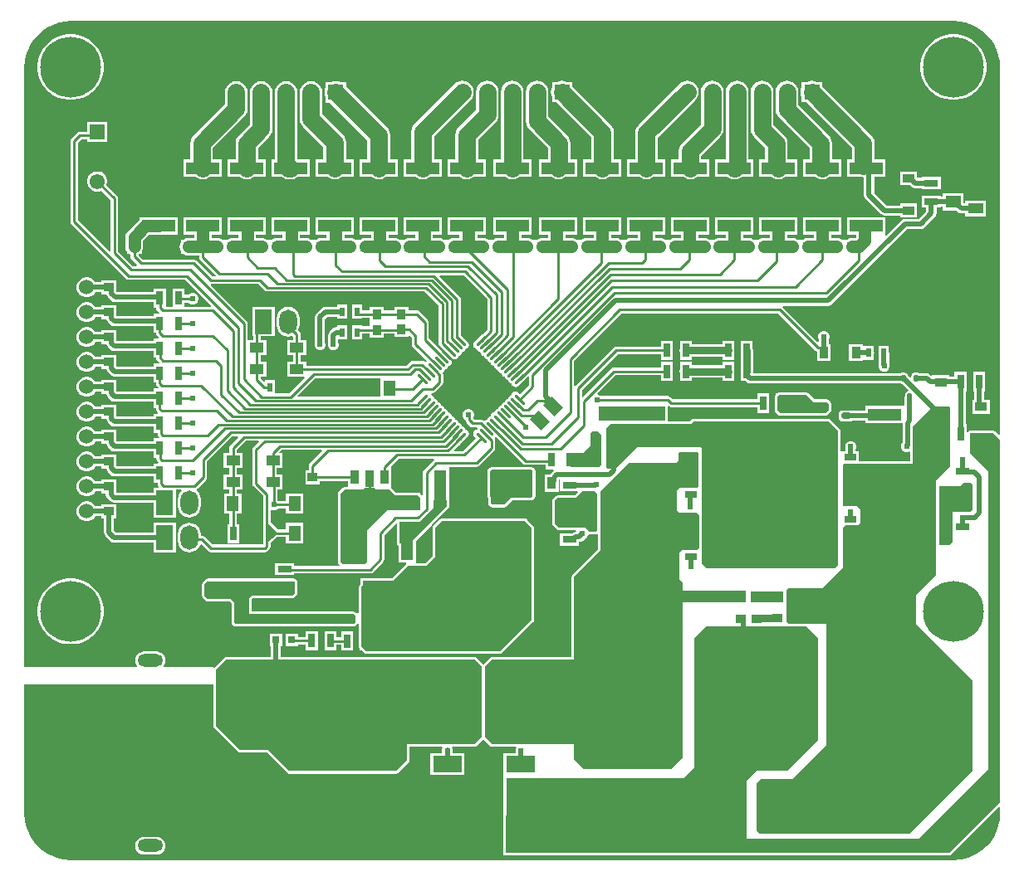
<source format=gtl>
G04*
G04 #@! TF.GenerationSoftware,Altium Limited,Altium Designer,23.4.1 (23)*
G04*
G04 Layer_Physical_Order=1*
G04 Layer_Color=255*
%FSLAX44Y44*%
%MOMM*%
G71*
G04*
G04 #@! TF.SameCoordinates,77ABDD02-67A3-4E24-B7DB-6919BA7AE113*
G04*
G04*
G04 #@! TF.FilePolarity,Positive*
G04*
G01*
G75*
%ADD18C,0.2540*%
%ADD30R,0.9150X1.2200*%
%ADD31R,0.5080X0.8890*%
%ADD32R,3.4000X1.3000*%
G04:AMPARAMS|DCode=33|XSize=1.27mm|YSize=1.6002mm|CornerRadius=0mm|HoleSize=0mm|Usage=FLASHONLY|Rotation=225.000|XOffset=0mm|YOffset=0mm|HoleType=Round|Shape=Rectangle|*
%AMROTATEDRECTD33*
4,1,4,-0.1167,1.0148,1.0148,-0.1167,0.1167,-1.0148,-1.0148,0.1167,-0.1167,1.0148,0.0*
%
%ADD33ROTATEDRECTD33*%

%ADD34R,1.0000X0.9500*%
%ADD35R,0.9500X1.0000*%
%ADD36R,1.4500X0.7000*%
%ADD37R,0.7000X1.4500*%
%ADD38R,1.2200X0.9150*%
%ADD39R,0.8000X0.8000*%
%ADD40R,2.9500X1.6800*%
%ADD41R,2.9500X7.6200*%
G04:AMPARAMS|DCode=42|XSize=0.47mm|YSize=0.6mm|CornerRadius=0.0493mm|HoleSize=0mm|Usage=FLASHONLY|Rotation=180.000|XOffset=0mm|YOffset=0mm|HoleType=Round|Shape=RoundedRectangle|*
%AMROUNDEDRECTD42*
21,1,0.4700,0.5013,0,0,180.0*
21,1,0.3713,0.6000,0,0,180.0*
1,1,0.0987,-0.1857,0.2507*
1,1,0.0987,0.1857,0.2507*
1,1,0.0987,0.1857,-0.2507*
1,1,0.0987,-0.1857,-0.2507*
%
%ADD42ROUNDEDRECTD42*%
%ADD43R,1.2192X0.6096*%
%ADD44R,1.2700X0.6096*%
%ADD45R,1.6000X1.1000*%
%ADD46R,1.6002X1.2700*%
G04:AMPARAMS|DCode=47|XSize=0.6mm|YSize=1mm|CornerRadius=0.15mm|HoleSize=0mm|Usage=FLASHONLY|Rotation=180.000|XOffset=0mm|YOffset=0mm|HoleType=Round|Shape=RoundedRectangle|*
%AMROUNDEDRECTD47*
21,1,0.6000,0.7000,0,0,180.0*
21,1,0.3000,1.0000,0,0,180.0*
1,1,0.3000,-0.1500,0.3500*
1,1,0.3000,0.1500,0.3500*
1,1,0.3000,0.1500,-0.3500*
1,1,0.3000,-0.1500,-0.3500*
%
%ADD47ROUNDEDRECTD47*%
G04:AMPARAMS|DCode=48|XSize=0.3mm|YSize=1.45mm|CornerRadius=0mm|HoleSize=0mm|Usage=FLASHONLY|Rotation=315.000|XOffset=0mm|YOffset=0mm|HoleType=Round|Shape=Round|*
%AMOVALD48*
21,1,1.1500,0.3000,0.0000,0.0000,45.0*
1,1,0.3000,-0.4066,-0.4066*
1,1,0.3000,0.4066,0.4066*
%
%ADD48OVALD48*%

G04:AMPARAMS|DCode=49|XSize=0.3mm|YSize=1.45mm|CornerRadius=0mm|HoleSize=0mm|Usage=FLASHONLY|Rotation=225.000|XOffset=0mm|YOffset=0mm|HoleType=Round|Shape=Round|*
%AMOVALD49*
21,1,1.1500,0.3000,0.0000,0.0000,315.0*
1,1,0.3000,-0.4066,0.4066*
1,1,0.3000,0.4066,-0.4066*
%
%ADD49OVALD49*%

G04:AMPARAMS|DCode=50|XSize=0.6mm|YSize=1mm|CornerRadius=0.15mm|HoleSize=0mm|Usage=FLASHONLY|Rotation=90.000|XOffset=0mm|YOffset=0mm|HoleType=Round|Shape=RoundedRectangle|*
%AMROUNDEDRECTD50*
21,1,0.6000,0.7000,0,0,90.0*
21,1,0.3000,1.0000,0,0,90.0*
1,1,0.3000,0.3500,0.1500*
1,1,0.3000,0.3500,-0.1500*
1,1,0.3000,-0.3500,-0.1500*
1,1,0.3000,-0.3500,0.1500*
%
%ADD50ROUNDEDRECTD50*%
%ADD51R,1.2700X1.6002*%
%ADD52R,1.2000X0.6500*%
%ADD53R,0.5000X0.7000*%
%ADD54R,1.3000X3.4000*%
%ADD55R,1.4501X1.0000*%
%ADD56R,0.9000X1.4000*%
%ADD57R,0.9000X1.8000*%
G04:AMPARAMS|DCode=58|XSize=1.9mm|YSize=3.4mm|CornerRadius=0mm|HoleSize=0mm|Usage=FLASHONLY|Rotation=0.000|XOffset=0mm|YOffset=0mm|HoleType=Round|Shape=Octagon|*
%AMOCTAGOND58*
4,1,8,-0.4750,1.7000,0.4750,1.7000,0.9500,1.2250,0.9500,-1.2250,0.4750,-1.7000,-0.4750,-1.7000,-0.9500,-1.2250,-0.9500,1.2250,-0.4750,1.7000,0.0*
%
%ADD58OCTAGOND58*%

%ADD102R,3.8100X3.9116*%
%ADD103R,4.5000X4.7000*%
%ADD104C,0.5080*%
%ADD105C,0.5000*%
%ADD106C,0.7620*%
%ADD107C,1.2700*%
%ADD108C,1.7780*%
%ADD109C,1.8000*%
%ADD110R,4.9160X4.9160*%
%ADD111C,4.9160*%
%ADD112O,2.6000X1.3000*%
%ADD113C,1.5500*%
%ADD114R,1.5500X1.5500*%
%ADD115O,1.8000X2.5000*%
%ADD116R,1.8000X2.5000*%
%ADD117R,1.5500X1.5500*%
%ADD118C,1.5240*%
%ADD119C,0.6200*%
%ADD120C,0.5000*%
%ADD121C,6.2000*%
G36*
X977583Y908497D02*
X983660Y907288D01*
X989528Y905296D01*
X995085Y902556D01*
X1000237Y899113D01*
X1004896Y895028D01*
X1008981Y890369D01*
X1012424Y885217D01*
X1015164Y879660D01*
X1017156Y873792D01*
X1018365Y867715D01*
X1018764Y861628D01*
X1018745Y861532D01*
X1018745Y486955D01*
X1017572Y486469D01*
X1013767Y490273D01*
X1012927Y490835D01*
X1011936Y491032D01*
X988060D01*
X987069Y490835D01*
X986229Y490273D01*
X985718Y489509D01*
X985625Y489495D01*
X984448Y490144D01*
Y497724D01*
X983587D01*
Y531230D01*
X984448D01*
Y550810D01*
X972368D01*
Y545878D01*
X966982D01*
Y547492D01*
X949702D01*
Y547492D01*
X948565Y547021D01*
X947500Y548087D01*
X945819Y549209D01*
X943837Y549604D01*
X936408D01*
X936132Y549788D01*
X934949Y550023D01*
X931236D01*
X930052Y549788D01*
X929048Y549118D01*
X928378Y548114D01*
X928143Y546931D01*
Y545581D01*
X928128Y545509D01*
X926750Y545091D01*
X925041Y546800D01*
Y546931D01*
X924806Y548114D01*
X924136Y549118D01*
X923132Y549788D01*
X921948Y550023D01*
X918235D01*
X917052Y549788D01*
X916776Y549604D01*
X767593D01*
X766788Y550585D01*
X766956Y551434D01*
Y572770D01*
X766522Y574954D01*
Y582560D01*
X754442D01*
Y574954D01*
X754008Y572770D01*
Y551434D01*
X754442Y549250D01*
Y541644D01*
X759197D01*
X760079Y540762D01*
X761760Y539639D01*
X763742Y539244D01*
X763742Y539244D01*
X916776D01*
X917052Y539060D01*
X918235Y538825D01*
X918366D01*
X925030Y532161D01*
X924432Y530963D01*
X923552Y530788D01*
X922548Y530118D01*
X921878Y529114D01*
X921643Y527930D01*
Y526581D01*
X921413Y525424D01*
Y517124D01*
X920478Y516314D01*
X881398D01*
Y511608D01*
X862090D01*
X861988Y511587D01*
X858130D01*
X856554Y511274D01*
X855217Y510381D01*
X854324Y509044D01*
X854011Y507468D01*
Y504468D01*
X854324Y502892D01*
X855217Y501555D01*
X856554Y500662D01*
X858130Y500349D01*
X865130D01*
X866706Y500662D01*
X867583Y501249D01*
X881398D01*
Y498234D01*
X919380D01*
Y478539D01*
X918763Y477921D01*
X917904Y475848D01*
Y473604D01*
X918763Y471531D01*
X920349Y469945D01*
X922422Y469086D01*
X924666D01*
X925780Y469548D01*
X927050Y468699D01*
Y460044D01*
X874470D01*
Y469496D01*
X871359D01*
Y471975D01*
X872034Y473604D01*
Y475848D01*
X871175Y477921D01*
X869589Y479507D01*
X867516Y480366D01*
X865272D01*
X863199Y479507D01*
X861613Y477921D01*
X860754Y475848D01*
Y473604D01*
X861000Y473010D01*
Y469496D01*
X857390D01*
X856395Y470159D01*
Y490439D01*
X856198Y491430D01*
X855636Y492271D01*
X845984Y501922D01*
X845144Y502484D01*
X844153Y502681D01*
X705723D01*
X704732Y502484D01*
X703892Y501922D01*
X701996Y500027D01*
X680333D01*
X679627Y500888D01*
Y515519D01*
X679901Y515754D01*
X680571Y516079D01*
X680818Y516141D01*
X682027Y515333D01*
X683514Y515037D01*
X770946D01*
Y509132D01*
X783026D01*
Y528712D01*
X770946D01*
Y522807D01*
X685123D01*
X682705Y525225D01*
X681445Y526067D01*
X679958Y526363D01*
X611405D01*
X610763Y527005D01*
X608859Y527794D01*
X608307Y529037D01*
X626819Y547549D01*
X673206D01*
Y541644D01*
X685286D01*
Y561224D01*
X673206D01*
Y555319D01*
X625210D01*
X623723Y555023D01*
X622463Y554181D01*
X593576Y525294D01*
X592403Y525780D01*
Y532299D01*
X628989Y568885D01*
X673206D01*
Y562980D01*
X685286D01*
Y582560D01*
X673206D01*
Y576655D01*
X627380D01*
X625893Y576359D01*
X624633Y575517D01*
X585799Y536682D01*
X585681Y536686D01*
X584529Y537081D01*
Y562525D01*
X632799Y610795D01*
X792395D01*
X830623Y572567D01*
X831883Y571725D01*
X831982Y571706D01*
Y561844D01*
X846212D01*
Y579124D01*
X844209D01*
Y584669D01*
X844602Y585618D01*
Y587862D01*
X843743Y589935D01*
X842157Y591521D01*
X840084Y592380D01*
X837840D01*
X835767Y591521D01*
X834181Y589935D01*
X833322Y587862D01*
Y585618D01*
X833850Y584343D01*
Y581987D01*
X832677Y581501D01*
X797057Y617121D01*
X797470Y618330D01*
X797518Y618391D01*
X843534D01*
X845516Y618785D01*
X847197Y619907D01*
X923911Y696622D01*
X938022D01*
X940004Y697017D01*
X941684Y698139D01*
X952353Y708808D01*
X953475Y710488D01*
X953869Y712470D01*
Y718622D01*
X958480D01*
Y719482D01*
X960337D01*
Y715772D01*
X974040D01*
X975653Y714160D01*
X975653Y714159D01*
X977333Y713037D01*
X979315Y712643D01*
X983108D01*
Y709782D01*
X1004188D01*
Y725862D01*
X983108D01*
Y723001D01*
X981461D01*
X981419Y723043D01*
Y733552D01*
X960337D01*
Y729842D01*
X958480D01*
Y730702D01*
X938900D01*
Y718622D01*
X943511D01*
Y714615D01*
X935877Y706982D01*
X921766D01*
X919784Y706587D01*
X918103Y705464D01*
X902937Y690298D01*
X901936Y691093D01*
Y709028D01*
X862856D01*
Y690948D01*
X871905D01*
Y688498D01*
X871062Y687655D01*
X868044D01*
X865723Y687349D01*
X863561Y686453D01*
X862941Y685978D01*
X860504D01*
Y685978D01*
X859584D01*
Y685978D01*
X857147D01*
X856527Y686453D01*
X854365Y687349D01*
X852044Y687655D01*
X846456D01*
Y690948D01*
X857089D01*
Y709028D01*
X818009D01*
Y690948D01*
X828522D01*
Y687655D01*
X822934D01*
X820613Y687349D01*
X818450Y686453D01*
X817831Y685978D01*
X815394D01*
Y685978D01*
X814474D01*
Y685978D01*
X812037D01*
X811417Y686453D01*
X809254Y687349D01*
X806934Y687655D01*
X801669D01*
Y690948D01*
X812242D01*
Y709028D01*
X773162D01*
Y690948D01*
X783736D01*
Y687655D01*
X777823D01*
X775502Y687349D01*
X773340Y686453D01*
X772720Y685978D01*
X770283D01*
Y685978D01*
X769363D01*
Y685978D01*
X766926D01*
X766307Y686453D01*
X764144Y687349D01*
X761823Y687655D01*
X756822D01*
Y690948D01*
X767395D01*
Y709028D01*
X728315D01*
Y690948D01*
X738889D01*
Y687655D01*
X732713D01*
X730392Y687349D01*
X728230Y686453D01*
X727610Y685978D01*
X725173D01*
Y685978D01*
X724253D01*
Y685978D01*
X721816D01*
X721196Y686453D01*
X719034Y687349D01*
X716713Y687655D01*
X711124D01*
Y690948D01*
X722549D01*
Y709028D01*
X683468D01*
Y690948D01*
X693191D01*
Y687655D01*
X687602D01*
X685282Y687349D01*
X683119Y686453D01*
X682499Y685978D01*
X680062D01*
Y685978D01*
X679142D01*
Y685978D01*
X676705D01*
X676086Y686453D01*
X673923Y687349D01*
X671602Y687655D01*
X667128D01*
Y690948D01*
X677702D01*
Y709028D01*
X638622D01*
Y690948D01*
X649195D01*
Y687655D01*
X642492D01*
X640171Y687349D01*
X638009Y686453D01*
X637389Y685978D01*
X634952D01*
Y685978D01*
X634032D01*
Y685978D01*
X631595D01*
X630975Y686453D01*
X628813Y687349D01*
X626492Y687655D01*
X622281D01*
Y690948D01*
X632855D01*
Y709028D01*
X593775D01*
Y690948D01*
X604348D01*
Y687655D01*
X597382D01*
X595061Y687349D01*
X592898Y686453D01*
X592279Y685978D01*
X589842D01*
Y685978D01*
X588922D01*
Y685978D01*
X586484D01*
X585865Y686453D01*
X583702Y687349D01*
X581382Y687655D01*
X575793D01*
Y690948D01*
X588008D01*
Y709028D01*
X548928D01*
Y690948D01*
X557860D01*
Y687655D01*
X552271D01*
X549950Y687349D01*
X547788Y686453D01*
X547168Y685978D01*
X544731D01*
Y685978D01*
X543811D01*
Y685978D01*
X541374D01*
X540755Y686453D01*
X538592Y687349D01*
X536271Y687655D01*
X530683D01*
Y690948D01*
X540876D01*
Y709028D01*
X501796D01*
Y690948D01*
X512749D01*
Y687655D01*
X507161D01*
X504840Y687349D01*
X502677Y686453D01*
X501727Y685724D01*
X499621D01*
Y685724D01*
X498701D01*
Y685724D01*
X496595D01*
X495644Y686453D01*
X493482Y687349D01*
X491161Y687655D01*
X485572D01*
Y690948D01*
X494504D01*
Y709028D01*
X455424D01*
Y690948D01*
X467639D01*
Y687655D01*
X462050D01*
X459730Y687349D01*
X457567Y686453D01*
X456617Y685724D01*
X454510D01*
Y685724D01*
X453590D01*
Y685724D01*
X451484D01*
X450534Y686453D01*
X448371Y687349D01*
X446050Y687655D01*
X440462D01*
Y690948D01*
X449657D01*
Y709028D01*
X410577D01*
Y690948D01*
X422528D01*
Y687655D01*
X416940D01*
X414619Y687349D01*
X412457Y686453D01*
X411506Y685724D01*
X409400D01*
Y685724D01*
X408480D01*
Y685724D01*
X406374D01*
X405423Y686453D01*
X403261Y687349D01*
X400940Y687655D01*
X395351D01*
Y690948D01*
X404810D01*
Y709028D01*
X365730D01*
Y690948D01*
X377418D01*
Y687655D01*
X371830D01*
X369509Y687349D01*
X367346Y686453D01*
X366396Y685724D01*
X364290D01*
Y685724D01*
X363370D01*
Y685724D01*
X361264D01*
X360313Y686453D01*
X358150Y687349D01*
X355830Y687655D01*
X350241D01*
Y690948D01*
X359963D01*
Y709028D01*
X320883D01*
Y690948D01*
X332308D01*
Y687655D01*
X326719D01*
X324398Y687349D01*
X322236Y686453D01*
X321616Y685978D01*
X319179D01*
Y685978D01*
X318259D01*
Y685978D01*
X315822D01*
X315203Y686453D01*
X313040Y687349D01*
X310719Y687655D01*
X305131D01*
Y690948D01*
X315117D01*
Y709028D01*
X276037D01*
Y690948D01*
X287197D01*
Y687655D01*
X281609D01*
X279288Y687349D01*
X277125Y686453D01*
X276506Y685978D01*
X274069D01*
Y685978D01*
X273149D01*
Y685978D01*
X270712D01*
X270092Y686453D01*
X267930Y687349D01*
X265609Y687655D01*
X260020D01*
Y690948D01*
X270270D01*
Y709028D01*
X231190D01*
Y690948D01*
X242087D01*
Y687655D01*
X236498D01*
X234178Y687349D01*
X232015Y686453D01*
X231395Y685978D01*
X228958D01*
Y685978D01*
X228038D01*
Y685978D01*
X225601D01*
X224982Y686453D01*
X222819Y687349D01*
X220498Y687655D01*
X214910D01*
Y690948D01*
X225423D01*
Y709028D01*
X186343D01*
Y690948D01*
X196977D01*
Y687655D01*
X191388D01*
X189067Y687349D01*
X186905Y686453D01*
X186285Y685978D01*
X183848D01*
Y683465D01*
X183623Y683171D01*
X182727Y681009D01*
X182421Y678688D01*
X182727Y676367D01*
X183623Y674205D01*
X183848Y673911D01*
Y671398D01*
X186285D01*
X186905Y670923D01*
X189067Y670027D01*
X191388Y669721D01*
X202059D01*
Y668071D01*
X202354Y666584D01*
X203196Y665324D01*
X219064Y649456D01*
X218578Y648283D01*
X215731D01*
X199343Y664671D01*
X198083Y665513D01*
X196596Y665809D01*
X144357D01*
X140584Y669582D01*
X140554Y670071D01*
X140806Y671156D01*
X141121Y671398D01*
X143558D01*
Y673911D01*
X143783Y674205D01*
X144679Y676367D01*
X144985Y678688D01*
Y684556D01*
X151300Y690871D01*
X160886D01*
X161469Y690948D01*
X180576D01*
Y709028D01*
X141496D01*
Y706371D01*
X141245Y706178D01*
X129678Y694611D01*
X128253Y692754D01*
X127357Y690591D01*
X127051Y688270D01*
Y678688D01*
X127357Y676367D01*
X128253Y674205D01*
X128478Y673911D01*
Y671398D01*
X130915D01*
X131535Y670923D01*
X132133Y670675D01*
Y668654D01*
X132429Y667167D01*
X133271Y665907D01*
X138958Y660221D01*
X138432Y658951D01*
X134705D01*
X119709Y673947D01*
Y727710D01*
X119413Y729197D01*
X118571Y730457D01*
X107842Y741186D01*
X107887Y741264D01*
X108588Y743881D01*
Y746591D01*
X107887Y749208D01*
X106532Y751554D01*
X104616Y753470D01*
X102270Y754825D01*
X99653Y755526D01*
X96943D01*
X94326Y754825D01*
X91980Y753470D01*
X90064Y751554D01*
X88709Y749208D01*
X88008Y746591D01*
Y743881D01*
X88709Y741264D01*
X90064Y738918D01*
X91980Y737002D01*
X94326Y735647D01*
X96943Y734946D01*
X99653D01*
X102270Y735647D01*
X102348Y735692D01*
X111939Y726101D01*
Y674232D01*
X110766Y673746D01*
X78561Y705951D01*
Y784775D01*
X82127Y788341D01*
X88008D01*
Y785746D01*
X108588D01*
Y806326D01*
X88008D01*
Y796111D01*
X80518D01*
X79031Y795815D01*
X77771Y794973D01*
X71929Y789131D01*
X71087Y787871D01*
X70791Y786384D01*
Y704342D01*
X71087Y702855D01*
X71929Y701595D01*
X127555Y645969D01*
X128815Y645127D01*
X130302Y644831D01*
X188129D01*
X214492Y618468D01*
X214006Y617295D01*
X187142D01*
Y621720D01*
X191484D01*
X192381Y620823D01*
X194454Y619965D01*
X196697D01*
X198770Y620823D01*
X200357Y622410D01*
X201215Y624483D01*
Y626727D01*
X200357Y628800D01*
X198770Y630386D01*
X196697Y631245D01*
X194454D01*
X192381Y630386D01*
X191484Y629489D01*
X187142D01*
Y635900D01*
X175062D01*
Y617295D01*
X168142D01*
Y635900D01*
X156062D01*
Y632281D01*
X118699D01*
X118003Y632977D01*
Y635036D01*
X117904Y635532D01*
Y644576D01*
X102824D01*
Y642425D01*
X96395D01*
X95760Y643524D01*
X93868Y645416D01*
X91552Y646754D01*
X88968Y647446D01*
X86292D01*
X83708Y646754D01*
X81392Y645416D01*
X79500Y643524D01*
X78162Y641208D01*
X77470Y638624D01*
Y635948D01*
X78162Y633364D01*
X79500Y631048D01*
X81392Y629156D01*
X83708Y627818D01*
X86292Y627126D01*
X88968D01*
X91552Y627818D01*
X93868Y629156D01*
X95760Y631048D01*
X96395Y632147D01*
X102824D01*
Y629996D01*
X107895D01*
X108116Y628881D01*
X109230Y627214D01*
X112936Y623508D01*
X114604Y622394D01*
X116570Y622003D01*
X156062D01*
Y616320D01*
X158324D01*
X158576Y615051D01*
X159418Y613791D01*
X161548Y611661D01*
X161022Y610391D01*
X156062D01*
Y607627D01*
X118003D01*
Y609636D01*
X117904Y610132D01*
Y619176D01*
X102824D01*
Y617025D01*
X96395D01*
X95760Y618124D01*
X93868Y620016D01*
X91552Y621354D01*
X88968Y622046D01*
X86292D01*
X83708Y621354D01*
X81392Y620016D01*
X79500Y618124D01*
X78162Y615808D01*
X77470Y613224D01*
Y610548D01*
X78162Y607964D01*
X79500Y605648D01*
X81392Y603756D01*
X83708Y602418D01*
X86292Y601726D01*
X88968D01*
X91552Y602418D01*
X93868Y603756D01*
X95760Y605648D01*
X96395Y606747D01*
X102824D01*
Y604596D01*
X107888D01*
X108116Y603450D01*
X109230Y601783D01*
X112159Y598854D01*
X113826Y597740D01*
X115793Y597349D01*
X156062D01*
Y590811D01*
X158217D01*
Y590754D01*
X158513Y589267D01*
X159355Y588007D01*
X161210Y586152D01*
X160684Y584882D01*
X156062D01*
Y582227D01*
X118003D01*
Y584236D01*
X117904Y584732D01*
Y593776D01*
X102824D01*
Y591625D01*
X96395D01*
X95760Y592724D01*
X93868Y594616D01*
X91552Y595954D01*
X88968Y596646D01*
X86292D01*
X83708Y595954D01*
X81392Y594616D01*
X79500Y592724D01*
X78162Y590408D01*
X77470Y587824D01*
Y585148D01*
X78162Y582564D01*
X79500Y580248D01*
X81392Y578356D01*
X83708Y577018D01*
X86292Y576326D01*
X88968D01*
X91552Y577018D01*
X93868Y578356D01*
X95760Y580248D01*
X96395Y581347D01*
X102824D01*
Y579196D01*
X107888D01*
X108116Y578050D01*
X109230Y576383D01*
X112159Y573454D01*
X113826Y572340D01*
X115793Y571949D01*
X156062D01*
Y565302D01*
X158349D01*
X158601Y564034D01*
X159443Y562773D01*
X161500Y560716D01*
X160974Y559446D01*
X156062D01*
Y556573D01*
X118003D01*
Y558836D01*
X117904Y559332D01*
Y568376D01*
X102824D01*
Y566225D01*
X96395D01*
X95760Y567324D01*
X93868Y569216D01*
X91552Y570554D01*
X88968Y571246D01*
X86292D01*
X83708Y570554D01*
X81392Y569216D01*
X79500Y567324D01*
X78162Y565008D01*
X77470Y562424D01*
Y559748D01*
X78162Y557164D01*
X79500Y554848D01*
X81392Y552956D01*
X83708Y551618D01*
X86292Y550926D01*
X88968D01*
X91552Y551618D01*
X93868Y552956D01*
X95760Y554848D01*
X96395Y555947D01*
X102824D01*
Y553796D01*
X107838D01*
X108116Y552396D01*
X109230Y550729D01*
X112159Y547800D01*
X113826Y546686D01*
X115793Y546295D01*
X156062D01*
Y539866D01*
X158217D01*
Y539192D01*
X158513Y537705D01*
X159355Y536445D01*
X160666Y535135D01*
X160140Y533865D01*
X156062D01*
Y530919D01*
X118003D01*
Y533436D01*
X117904Y533932D01*
Y542976D01*
X102824D01*
Y540825D01*
X96395D01*
X95760Y541924D01*
X93868Y543816D01*
X91552Y545154D01*
X88968Y545846D01*
X86292D01*
X83708Y545154D01*
X81392Y543816D01*
X79500Y541924D01*
X78162Y539608D01*
X77470Y537024D01*
Y534348D01*
X78162Y531764D01*
X79500Y529448D01*
X81392Y527556D01*
X83708Y526218D01*
X86292Y525526D01*
X88968D01*
X91552Y526218D01*
X93868Y527556D01*
X95760Y529448D01*
X96395Y530547D01*
X102824D01*
Y528396D01*
X107788D01*
X108116Y526742D01*
X109230Y525075D01*
X112159Y522146D01*
X113826Y521032D01*
X115793Y520641D01*
X156062D01*
Y514285D01*
X158217D01*
Y513284D01*
X158513Y511797D01*
X159355Y510537D01*
X160267Y509626D01*
X159740Y508356D01*
X156062D01*
Y505265D01*
X118003D01*
Y508036D01*
X117904Y508532D01*
Y517576D01*
X102824D01*
Y515425D01*
X96395D01*
X95760Y516524D01*
X93868Y518416D01*
X91552Y519754D01*
X88968Y520446D01*
X86292D01*
X83708Y519754D01*
X81392Y518416D01*
X79500Y516524D01*
X78162Y514208D01*
X77470Y511624D01*
Y508948D01*
X78162Y506364D01*
X79500Y504048D01*
X81392Y502156D01*
X83708Y500818D01*
X86292Y500126D01*
X88968D01*
X91552Y500818D01*
X93868Y502156D01*
X95760Y504048D01*
X96395Y505147D01*
X102824D01*
Y502996D01*
X107737D01*
X108116Y501088D01*
X109230Y499421D01*
X112159Y496492D01*
X113826Y495378D01*
X115793Y494987D01*
X156062D01*
Y488776D01*
X159691D01*
Y487644D01*
X159987Y486157D01*
X160829Y484897D01*
X161464Y484262D01*
X160938Y482992D01*
X156062D01*
Y480119D01*
X118003D01*
Y482636D01*
X117904Y483132D01*
Y492176D01*
X102824D01*
Y490025D01*
X96395D01*
X95760Y491124D01*
X93868Y493016D01*
X91552Y494354D01*
X88968Y495046D01*
X86292D01*
X83708Y494354D01*
X81392Y493016D01*
X79500Y491124D01*
X78162Y488808D01*
X77869Y487712D01*
X77294Y486852D01*
X76903Y484886D01*
X77294Y482920D01*
X77869Y482060D01*
X78162Y480964D01*
X79500Y478648D01*
X81392Y476756D01*
X83708Y475418D01*
X86292Y474726D01*
X88968D01*
X91552Y475418D01*
X93868Y476756D01*
X95760Y478648D01*
X96395Y479747D01*
X102824D01*
Y477596D01*
X107788D01*
X108116Y475942D01*
X109230Y474275D01*
X112159Y471346D01*
X113826Y470232D01*
X115793Y469841D01*
X156062D01*
Y463412D01*
X158595D01*
Y462106D01*
X158891Y460619D01*
X159733Y459359D01*
X160484Y458608D01*
X159958Y457338D01*
X156062D01*
Y454719D01*
X118003D01*
Y457236D01*
X117904Y457732D01*
Y466776D01*
X102824D01*
Y464625D01*
X96395D01*
X95760Y465724D01*
X93868Y467616D01*
X91552Y468954D01*
X88968Y469646D01*
X86292D01*
X83708Y468954D01*
X81392Y467616D01*
X79500Y465724D01*
X78162Y463408D01*
X77470Y460824D01*
Y458148D01*
X78162Y455564D01*
X79500Y453248D01*
X81392Y451356D01*
X83708Y450018D01*
X86292Y449326D01*
X88968D01*
X91552Y450018D01*
X93868Y451356D01*
X95760Y453248D01*
X96395Y454347D01*
X102824D01*
Y452196D01*
X107788D01*
X108116Y450542D01*
X109230Y448875D01*
X112159Y445946D01*
X113826Y444832D01*
X115793Y444441D01*
X156062D01*
Y437758D01*
X159829D01*
Y436488D01*
X160125Y435001D01*
X160870Y433886D01*
X160604Y432864D01*
X160501Y432616D01*
X155592D01*
Y427795D01*
X117904D01*
Y441376D01*
X102824D01*
Y439225D01*
X96395D01*
X95760Y440324D01*
X93868Y442216D01*
X91552Y443554D01*
X88968Y444246D01*
X86292D01*
X83708Y443554D01*
X81392Y442216D01*
X79500Y440324D01*
X78162Y438008D01*
X77470Y435424D01*
Y432748D01*
X78162Y430164D01*
X79500Y427848D01*
X81392Y425956D01*
X83708Y424618D01*
X86292Y423926D01*
X88968D01*
X91552Y424618D01*
X93868Y425956D01*
X95760Y427848D01*
X96395Y428947D01*
X102824D01*
Y426796D01*
X107081D01*
Y425585D01*
X107472Y423618D01*
X108586Y421951D01*
X111515Y419022D01*
X113182Y417908D01*
X115148Y417517D01*
X155592D01*
Y402536D01*
X178672D01*
Y430709D01*
X183754D01*
X184163Y429507D01*
X183902Y429306D01*
X182052Y426896D01*
X180889Y424089D01*
X180492Y421076D01*
Y414076D01*
X180889Y411063D01*
X182052Y408256D01*
X183902Y405845D01*
X186312Y403996D01*
X189119Y402833D01*
X192132Y402436D01*
X195145Y402833D01*
X197952Y403996D01*
X200362Y405845D01*
X202212Y408256D01*
X203375Y411063D01*
X203772Y414076D01*
Y421076D01*
X203375Y424089D01*
X202212Y426896D01*
X200362Y429306D01*
X199582Y429905D01*
X199706Y431411D01*
X200359Y431847D01*
X208995Y440483D01*
X209837Y441743D01*
X210133Y443230D01*
Y459655D01*
X235761Y485283D01*
X241656D01*
X242142Y484110D01*
X234051Y476019D01*
X233209Y474758D01*
X232913Y473272D01*
Y468120D01*
X227007D01*
Y453040D01*
X232941D01*
X232960Y451769D01*
X232913Y451535D01*
Y446120D01*
X227007D01*
Y431040D01*
X232913D01*
Y427076D01*
X227584D01*
Y405994D01*
X232893D01*
Y395575D01*
X230738D01*
Y375995D01*
X242818D01*
Y395575D01*
X240663D01*
Y405994D01*
X245364D01*
Y427076D01*
X240683D01*
Y431040D01*
X246588D01*
Y446120D01*
X240683D01*
Y451219D01*
X240745Y451535D01*
Y453040D01*
X246588D01*
Y468120D01*
X240683D01*
Y471663D01*
X249767Y480747D01*
X262774D01*
X263260Y479574D01*
X257603Y473917D01*
X256761Y472657D01*
X256465Y471170D01*
Y436880D01*
X256761Y435393D01*
X257603Y434133D01*
X267133Y424603D01*
Y386334D01*
Y374725D01*
X215731D01*
X207689Y382767D01*
X206429Y383609D01*
X204942Y383905D01*
X203772D01*
Y385262D01*
X203375Y388275D01*
X202212Y391082D01*
X200362Y393492D01*
X197952Y395342D01*
X195145Y396505D01*
X192132Y396902D01*
X189119Y396505D01*
X186312Y395342D01*
X183902Y393492D01*
X182052Y391082D01*
X180889Y388275D01*
X180492Y385262D01*
Y378262D01*
X180889Y375249D01*
X182052Y372442D01*
X183902Y370032D01*
X186312Y368182D01*
X189119Y367019D01*
X192132Y366622D01*
X195145Y367019D01*
X197952Y368182D01*
X200362Y370032D01*
X202212Y372442D01*
X203096Y374576D01*
X204548Y374920D01*
X211375Y368093D01*
X212635Y367251D01*
X214122Y366955D01*
X269530D01*
X271017Y367251D01*
X272277Y368093D01*
X273765Y369581D01*
X274607Y370841D01*
X274903Y372328D01*
Y376341D01*
X281927Y382449D01*
X290830D01*
Y375793D01*
X308610D01*
Y396875D01*
X290830D01*
Y390219D01*
X282226D01*
X274903Y397542D01*
Y409507D01*
X276173Y410355D01*
X277262Y409904D01*
X279506D01*
X281579Y410763D01*
X282475Y411659D01*
X290830D01*
Y405994D01*
X308610D01*
Y427076D01*
X290830D01*
Y419429D01*
X282475D01*
X282269Y419636D01*
Y431040D01*
X287089D01*
Y446120D01*
X281183D01*
Y453040D01*
X287089D01*
Y468120D01*
X284519D01*
X284032Y469293D01*
X286089Y471349D01*
X327036D01*
X327522Y470176D01*
X315133Y457787D01*
X314291Y456527D01*
X313995Y455040D01*
Y450774D01*
X310340D01*
Y436194D01*
X325420D01*
Y439599D01*
X353880D01*
Y434458D01*
X352954Y433628D01*
X350774D01*
X349783Y433431D01*
X348943Y432869D01*
X344117Y428043D01*
X343555Y427203D01*
X343358Y426212D01*
Y357632D01*
X343555Y356641D01*
X344117Y355801D01*
X345767Y354151D01*
X345241Y352881D01*
X298994D01*
Y355392D01*
X279414D01*
Y343312D01*
X298994D01*
Y345111D01*
X376682D01*
X378169Y345407D01*
X379429Y346249D01*
X389843Y356663D01*
X390685Y357923D01*
X390981Y359410D01*
Y384725D01*
X402637Y396381D01*
X403810Y395895D01*
Y375666D01*
X404007Y374675D01*
X404569Y373835D01*
X405270Y373366D01*
Y356126D01*
X413147D01*
X413532Y354856D01*
X413205Y354637D01*
X403299Y344731D01*
X398927Y340360D01*
X366522D01*
Y334116D01*
X365453Y333047D01*
X364891Y332207D01*
X364694Y331216D01*
Y304920D01*
X363474Y304800D01*
X363424Y304800D01*
X362310D01*
X361749Y305361D01*
X361749Y305361D01*
X360909Y305923D01*
X359918Y306120D01*
X255574Y306120D01*
Y318967D01*
X256851Y320244D01*
X297688D01*
X298679Y320441D01*
X299519Y321003D01*
X301551Y323035D01*
X302113Y323875D01*
X302310Y324866D01*
Y336550D01*
X302113Y337541D01*
X301551Y338381D01*
X300789Y339143D01*
X299949Y339705D01*
X298958Y339902D01*
X210566D01*
X209575Y339705D01*
X208735Y339143D01*
X205941Y336349D01*
X205379Y335509D01*
X205182Y334518D01*
X205182Y322326D01*
X205379Y321335D01*
X205941Y320495D01*
X208989Y317447D01*
X209829Y316885D01*
X210820Y316688D01*
X233623D01*
X235408Y314903D01*
Y304800D01*
Y295148D01*
X235605Y294157D01*
X236167Y293317D01*
X236167Y293317D01*
X237437Y292047D01*
X238277Y291485D01*
X239268Y291288D01*
X359918D01*
X360909Y291485D01*
X361749Y292047D01*
X363019Y293317D01*
X363224Y293624D01*
X363424D01*
X363474Y293624D01*
X364694Y293504D01*
Y271018D01*
X364891Y270027D01*
X365453Y269187D01*
X366020Y268620D01*
Y266560D01*
X368079D01*
X370787Y263853D01*
X371627Y263291D01*
X372618Y263094D01*
X509016D01*
X510007Y263291D01*
X510847Y263853D01*
X542597Y295603D01*
X543159Y296443D01*
X543356Y297434D01*
Y392176D01*
X543159Y393167D01*
X542597Y394007D01*
X537013Y399592D01*
X536501Y400357D01*
X535661Y400919D01*
X534670Y401116D01*
X449580Y401116D01*
X448589Y400919D01*
X447749Y400357D01*
X440637Y393245D01*
X440075Y392405D01*
X439878Y391414D01*
Y362980D01*
X432716Y355396D01*
X424318D01*
X423350Y356126D01*
X423350Y356666D01*
Y377978D01*
X456383Y412271D01*
X456643Y412676D01*
X456910Y413077D01*
X456915Y413101D01*
X456928Y413122D01*
X457013Y413596D01*
X457051Y413784D01*
X457060D01*
Y413830D01*
X457107Y414068D01*
Y419862D01*
X457060Y420100D01*
Y452864D01*
X457060D01*
X457197Y454077D01*
X485140D01*
X486627Y454373D01*
X487887Y455215D01*
X502873Y470201D01*
X503715Y471461D01*
X504011Y472948D01*
Y480770D01*
X503715Y482257D01*
X503550Y482504D01*
X503798Y483750D01*
X504049Y483918D01*
X504125Y484031D01*
X505389Y484156D01*
X532348Y457197D01*
X533608Y456355D01*
X535094Y456059D01*
X555046D01*
Y451474D01*
X563401D01*
X563786Y450204D01*
X563012Y449687D01*
X559832Y446507D01*
X559512Y446028D01*
X554344D01*
Y428748D01*
X568574D01*
Y438923D01*
X568674Y439423D01*
Y440699D01*
X568819Y440844D01*
X570112D01*
Y429082D01*
X587590D01*
X588076Y427909D01*
X584905Y424738D01*
X567690D01*
X566699Y424541D01*
X565859Y423979D01*
X563065Y421185D01*
X562503Y420345D01*
X562306Y419354D01*
Y395986D01*
X562503Y394995D01*
X563065Y394155D01*
X567383Y389837D01*
X568223Y389275D01*
X569214Y389078D01*
X585933D01*
X586044Y389011D01*
X586580Y387808D01*
X586376Y387580D01*
X585999D01*
X584017Y387186D01*
X582336Y386063D01*
X582093Y385820D01*
X569838D01*
Y373740D01*
X589418D01*
Y377221D01*
X589554D01*
X591536Y377616D01*
X593217Y378738D01*
X594984Y380506D01*
X596285Y381045D01*
X597871Y382631D01*
X598730Y384704D01*
Y384731D01*
X599693Y385522D01*
X599694Y385522D01*
X606806Y385522D01*
X607772Y385714D01*
X607797Y385719D01*
X609042Y385024D01*
Y369881D01*
X582369Y343207D01*
X581807Y342367D01*
X581610Y341376D01*
Y260146D01*
X500634Y260146D01*
X499643Y259949D01*
X498803Y259387D01*
X491914Y252499D01*
X485025Y259387D01*
X484185Y259949D01*
X483194Y260146D01*
X285723D01*
Y270826D01*
X287084D01*
Y283906D01*
X274004D01*
Y270826D01*
X275364D01*
Y260146D01*
X229961D01*
X228970Y259949D01*
X228130Y259387D01*
X217875Y249132D01*
X217653Y249281D01*
X216662Y249478D01*
X166558D01*
X165931Y250748D01*
X166776Y251849D01*
X167687Y254048D01*
X167998Y256408D01*
X167687Y258768D01*
X166776Y260967D01*
X165327Y262855D01*
X163439Y264304D01*
X161240Y265215D01*
X158880Y265526D01*
X145880D01*
X143520Y265215D01*
X141321Y264304D01*
X139433Y262855D01*
X137984Y260967D01*
X137073Y258768D01*
X136762Y256408D01*
X137073Y254048D01*
X137984Y251849D01*
X138829Y250748D01*
X138202Y249478D01*
X24054D01*
X24054Y861532D01*
X24035Y861628D01*
X24434Y867715D01*
X25643Y873792D01*
X27634Y879660D01*
X30375Y885217D01*
X33818Y890369D01*
X37903Y895028D01*
X42562Y899113D01*
X47714Y902556D01*
X53271Y905296D01*
X59139Y907288D01*
X65216Y908497D01*
X71303Y908896D01*
X71399Y908877D01*
X971400D01*
X971496Y908896D01*
X977583Y908497D01*
D02*
G37*
G36*
X495987Y625263D02*
Y593948D01*
X492152Y590113D01*
X491153Y589445D01*
X483021Y581314D01*
X482128Y579977D01*
X481815Y578401D01*
X482128Y576824D01*
X483021Y575488D01*
X484358Y574595D01*
X485447Y574379D01*
X485664Y573289D01*
X486557Y571953D01*
X487893Y571060D01*
X488983Y570843D01*
X489199Y569753D01*
X490092Y568417D01*
X491429Y567524D01*
X492518Y567308D01*
X492735Y566218D01*
X493628Y564882D01*
X494964Y563989D01*
X496054Y563772D01*
X496271Y562682D01*
X497164Y561346D01*
X498500Y560453D01*
X499589Y560236D01*
X499806Y559147D01*
X500699Y557811D01*
X502035Y556918D01*
X503125Y556701D01*
X503342Y555611D01*
X504235Y554275D01*
X505571Y553382D01*
X506660Y553165D01*
X506877Y552076D01*
X507770Y550739D01*
X509106Y549846D01*
X510196Y549630D01*
X510413Y548540D01*
X511306Y547204D01*
X512642Y546311D01*
X513731Y546094D01*
X513948Y545005D01*
X514841Y543668D01*
X516177Y542775D01*
X517267Y542559D01*
X517484Y541469D01*
X518377Y540133D01*
X519713Y539240D01*
X520803Y539023D01*
X521019Y537934D01*
X521912Y536597D01*
X523249Y535704D01*
X524825Y535391D01*
X526401Y535704D01*
X527738Y536597D01*
X535869Y544729D01*
X536537Y545728D01*
X537232Y546423D01*
X538405Y545937D01*
Y537724D01*
X529057Y528376D01*
X527738Y529695D01*
X526401Y530588D01*
X524825Y530901D01*
X523249Y530588D01*
X521912Y529695D01*
X521019Y528358D01*
X520803Y527269D01*
X519713Y527052D01*
X518377Y526159D01*
X517484Y524823D01*
X517267Y523733D01*
X516177Y523517D01*
X514841Y522624D01*
X513948Y521287D01*
X513731Y520198D01*
X512642Y519981D01*
X511306Y519088D01*
X510413Y517752D01*
X510196Y516662D01*
X509106Y516446D01*
X507770Y515553D01*
X506877Y514216D01*
X506660Y513127D01*
X505571Y512910D01*
X504235Y512017D01*
X503342Y510681D01*
X503125Y509591D01*
X502035Y509374D01*
X500699Y508481D01*
X499806Y507145D01*
X499589Y506056D01*
X498500Y505839D01*
X497164Y504946D01*
X496271Y503610D01*
X496054Y502520D01*
X494964Y502303D01*
X493628Y501410D01*
X493500Y501219D01*
X493035Y501173D01*
X491998Y501258D01*
X490981Y501937D01*
X489495Y502233D01*
X482431D01*
X481343Y503321D01*
Y503847D01*
X481539Y504043D01*
X482398Y506116D01*
Y508360D01*
X481539Y510433D01*
X479953Y512019D01*
X477880Y512878D01*
X475636D01*
X473563Y512019D01*
X471977Y510433D01*
X471118Y508360D01*
Y506116D01*
X471977Y504043D01*
X473563Y502457D01*
X473574Y502452D01*
Y501712D01*
X473869Y500225D01*
X474711Y498965D01*
X478075Y495601D01*
X479335Y494759D01*
X480822Y494463D01*
X485112D01*
X485791Y493193D01*
X485664Y493003D01*
X485447Y491913D01*
X484358Y491697D01*
X483021Y490804D01*
X482128Y489468D01*
X481815Y487891D01*
X482128Y486315D01*
X483021Y484978D01*
X484340Y483660D01*
X470708Y470027D01*
X462495D01*
X462009Y471200D01*
X466988Y476179D01*
X467987Y476847D01*
X476119Y484978D01*
X477012Y486315D01*
X477325Y487891D01*
X477012Y489468D01*
X476119Y490804D01*
X474782Y491697D01*
X473693Y491913D01*
X473476Y493003D01*
X472583Y494339D01*
X471247Y495232D01*
X470157Y495449D01*
X469941Y496539D01*
X469048Y497875D01*
X467711Y498768D01*
X466622Y498984D01*
X466405Y500074D01*
X465512Y501410D01*
X464176Y502303D01*
X463086Y502520D01*
X462869Y503610D01*
X461977Y504946D01*
X460640Y505839D01*
X459551Y506056D01*
X459334Y507145D01*
X458441Y508481D01*
X457105Y509374D01*
X456015Y509591D01*
X455798Y510681D01*
X454906Y512017D01*
X453569Y512910D01*
X452480Y513127D01*
X452263Y514216D01*
X451370Y515553D01*
X450034Y516445D01*
X448944Y516662D01*
X448727Y517752D01*
X447835Y519088D01*
X446498Y519981D01*
X445409Y520198D01*
X445192Y521287D01*
X444299Y522624D01*
X442963Y523517D01*
X441873Y523733D01*
X441656Y524823D01*
X440763Y526159D01*
X439427Y527052D01*
X439006Y527136D01*
X438631Y528115D01*
X439375Y529261D01*
X440182D01*
X441669Y529557D01*
X442929Y530399D01*
X449787Y537257D01*
X450629Y538517D01*
X450925Y540004D01*
Y547998D01*
X450629Y549485D01*
X450803Y550361D01*
X451370Y550739D01*
X452263Y552076D01*
X452480Y553165D01*
X453569Y553382D01*
X454906Y554275D01*
X455798Y555611D01*
X456015Y556701D01*
X457105Y556918D01*
X458441Y557811D01*
X459334Y559147D01*
X459647Y560723D01*
X459334Y562299D01*
X458441Y563636D01*
X450309Y571768D01*
X449310Y572435D01*
X436447Y585299D01*
Y601218D01*
X436151Y602705D01*
X435309Y603965D01*
X426547Y612727D01*
X425287Y613569D01*
X423800Y613865D01*
X415722D01*
Y617520D01*
X401142D01*
Y613865D01*
X390576D01*
Y617266D01*
X375996D01*
Y613611D01*
X368554D01*
Y619379D01*
X358394D01*
Y605409D01*
X368554D01*
Y605841D01*
X375996D01*
Y602186D01*
X375996D01*
Y601266D01*
X375996D01*
Y597611D01*
X368554D01*
Y598297D01*
X358394D01*
Y584327D01*
X368554D01*
Y589841D01*
X375996D01*
Y586186D01*
X390576D01*
Y589841D01*
X401142D01*
Y586440D01*
X415722D01*
Y587791D01*
X416895Y588277D01*
X419025Y586147D01*
Y579199D01*
X419321Y577713D01*
X420163Y576453D01*
X434115Y562501D01*
X433991Y561237D01*
X433877Y561161D01*
X433802Y561048D01*
X432765Y560946D01*
X432316Y561110D01*
X431162Y561881D01*
X429675Y562177D01*
X420116D01*
X418629Y561881D01*
X417369Y561039D01*
X413604Y557273D01*
X311473D01*
Y560928D01*
X305567D01*
Y567848D01*
X311473D01*
Y582928D01*
X305567D01*
Y589330D01*
X305271Y590817D01*
X304429Y592077D01*
X303209Y593297D01*
X304213Y595721D01*
X304610Y598734D01*
Y605734D01*
X304213Y608747D01*
X303050Y611554D01*
X301200Y613964D01*
X298790Y615814D01*
X295982Y616977D01*
X292970Y617374D01*
X289958Y616977D01*
X287150Y615814D01*
X284740Y613964D01*
X282890Y611554D01*
X281727Y608747D01*
X281331Y605734D01*
Y598734D01*
X281727Y595721D01*
X282890Y592914D01*
X284740Y590504D01*
X287150Y588654D01*
X289958Y587491D01*
X292970Y587094D01*
X295982Y587491D01*
X296528Y587717D01*
X297798Y586868D01*
Y582928D01*
X291892D01*
Y567848D01*
X297798D01*
Y560928D01*
X291892D01*
Y545849D01*
X309079D01*
X309566Y544675D01*
X294047Y529157D01*
X279654D01*
Y542417D01*
X269494D01*
Y541315D01*
X268321Y540829D01*
X265067Y544083D01*
Y545849D01*
X270972D01*
Y560928D01*
X265067D01*
Y567848D01*
X270972D01*
Y582928D01*
X265067D01*
Y587194D01*
X279510D01*
Y617274D01*
X256430D01*
Y587194D01*
X257297D01*
Y582928D01*
X251789D01*
Y599948D01*
X251493Y601435D01*
X250651Y602695D01*
X214088Y639257D01*
X214629Y640513D01*
X262805D01*
X269033Y634285D01*
X270293Y633443D01*
X271780Y633147D01*
X431715D01*
X446203Y618659D01*
Y580306D01*
X446499Y578819D01*
X447341Y577559D01*
X450887Y574013D01*
X451555Y573013D01*
X459687Y564882D01*
X461023Y563989D01*
X462599Y563675D01*
X464176Y563989D01*
X465512Y564882D01*
X466405Y566218D01*
X466622Y567308D01*
X467711Y567524D01*
X469048Y568417D01*
X469941Y569753D01*
X470157Y570843D01*
X471247Y571060D01*
X472583Y571953D01*
X473476Y573289D01*
X473693Y574379D01*
X474782Y574595D01*
X476119Y575488D01*
X477012Y576824D01*
X477325Y578401D01*
X477012Y579977D01*
X476119Y581314D01*
X468959Y588474D01*
Y624840D01*
X468663Y626327D01*
X467821Y627587D01*
X447178Y648230D01*
X447664Y649403D01*
X471847D01*
X495987Y625263D01*
D02*
G37*
G36*
X387096Y544703D02*
Y525347D01*
X302884D01*
X302398Y526520D01*
X320633Y544755D01*
X385848D01*
X387096Y544703D01*
D02*
G37*
G36*
X677037Y500888D02*
X609854D01*
Y515620D01*
X677037D01*
Y500888D01*
D02*
G37*
G36*
X612267Y487172D02*
X612267Y455930D01*
X610489Y454152D01*
X580517D01*
X578739Y455930D01*
X578739Y465836D01*
X580771Y467868D01*
X593725D01*
X600837Y474980D01*
Y488442D01*
X602869Y490474D01*
X608965D01*
X612267Y487172D01*
D02*
G37*
G36*
X441662Y460987D02*
X441245Y460709D01*
X431339Y450803D01*
X430497Y449543D01*
X430201Y448056D01*
Y425649D01*
X428931Y425123D01*
X427862Y426192D01*
Y427666D01*
X425798D01*
X425196Y427786D01*
X403155Y427786D01*
X398071Y432869D01*
X397594Y433188D01*
X397960Y434458D01*
X397960D01*
Y453538D01*
X397960D01*
X397546Y454537D01*
X405267Y462257D01*
X441277D01*
X441662Y460987D01*
D02*
G37*
G36*
X608076Y426466D02*
Y389382D01*
X606806Y388112D01*
X599694Y388112D01*
X596138Y391668D01*
X569214D01*
X564896Y395986D01*
Y419354D01*
X565150Y419608D01*
X567690Y422148D01*
X585978D01*
X593090Y429260D01*
X605282D01*
X608076Y426466D01*
D02*
G37*
G36*
X282448Y386334D02*
X270764Y376174D01*
Y397256D01*
Y398018D01*
X282448Y386334D01*
D02*
G37*
G36*
X454518Y414068D02*
X417528Y375666D01*
X406400D01*
Y397764D01*
X426974D01*
X441521Y412311D01*
X441521Y419862D01*
X454518D01*
Y414068D01*
D02*
G37*
G36*
X990854Y436372D02*
Y410464D01*
X988568Y408178D01*
X970026D01*
Y376936D01*
X967232Y374142D01*
X957072D01*
Y408178D01*
Y434086D01*
X977900D01*
X981710Y437896D01*
X989330D01*
X990854Y436372D01*
D02*
G37*
G36*
X402082Y425196D02*
X425196Y425196D01*
X427736Y422656D01*
Y409702D01*
X393700D01*
X373126Y389128D01*
Y357378D01*
X370586Y354838D01*
X348742D01*
X345948Y357632D01*
Y426212D01*
X350774Y431038D01*
X396240D01*
X402082Y425196D01*
D02*
G37*
G36*
X853805Y490439D02*
Y353933D01*
X850611Y350739D01*
X719185D01*
Y351247D01*
X714867Y355565D01*
Y472913D01*
X713965Y473815D01*
X648232Y473815D01*
X626134Y451717D01*
X618514D01*
X617244Y452987D01*
Y493119D01*
X621562Y497437D01*
X703183D01*
Y497551D01*
X705723Y500091D01*
X844153D01*
X853805Y490439D01*
D02*
G37*
G36*
X534670Y398272D02*
X540766Y392176D01*
Y297434D01*
X509016Y265684D01*
X372618D01*
X367284Y271018D01*
Y331216D01*
X371856Y335788D01*
X398018Y335788D01*
X405130Y342900D01*
X415036Y352806D01*
X433832D01*
X442468Y361950D01*
Y391414D01*
X449580Y398526D01*
X534670Y398526D01*
Y398272D01*
D02*
G37*
G36*
X967740Y514858D02*
Y454406D01*
X953008Y439674D01*
X953008D01*
X953008Y439674D01*
Y343662D01*
X932688Y323342D01*
Y294132D01*
X990854Y235966D01*
Y143764D01*
X926846Y79756D01*
X834644D01*
X773684Y79756D01*
X770636Y82804D01*
X770636Y131064D01*
X774954Y135382D01*
X806958D01*
X841248Y169672D01*
Y293370D01*
X803402D01*
X801370Y295402D01*
Y328168D01*
X803148Y329946D01*
X837184D01*
X841248Y334010D01*
Y334010D01*
X858774Y351536D01*
Y391922D01*
X861314Y394462D01*
X873506Y394462D01*
X876046Y397002D01*
Y410464D01*
X872744Y413766D01*
X859536Y413766D01*
X858266Y415036D01*
Y456003D01*
X859536Y457454D01*
X929640D01*
Y495554D01*
X949706Y515620D01*
X966978D01*
X967740Y514858D01*
D02*
G37*
G36*
X797686Y315468D02*
X764158D01*
Y327152D01*
X797686D01*
Y315468D01*
D02*
G37*
G36*
X299720Y336550D02*
Y324866D01*
X297688Y322834D01*
X255778D01*
X252984Y320040D01*
Y304800D01*
X252984D01*
X254254Y303530D01*
X359918Y303530D01*
X361188Y302260D01*
Y295148D01*
X359918Y293878D01*
X239268D01*
X237998Y295148D01*
Y300482D01*
Y315976D01*
X234696Y319278D01*
X210820D01*
X207772Y322326D01*
X207772Y334518D01*
X210566Y337312D01*
X298958D01*
X299720Y336550D01*
D02*
G37*
G36*
X710946Y467868D02*
Y433578D01*
X709676Y432308D01*
X691896D01*
X689356Y429768D01*
Y409448D01*
X691896Y406908D01*
X709676D01*
X712216Y404368D01*
Y371348D01*
X709676Y368808D01*
X694690D01*
X691388Y365506D01*
Y339344D01*
X694944Y335788D01*
Y327533D01*
X759460D01*
X759206Y315849D01*
X758952Y315595D01*
X694944D01*
X694944Y157226D01*
X683514Y145796D01*
X594106D01*
X584200Y155702D01*
Y171196D01*
X500634D01*
X493268Y178562D01*
Y250190D01*
X500634Y257556D01*
X584200Y257556D01*
Y341376D01*
X611632Y368808D01*
Y429514D01*
X639826Y457708D01*
X688086Y457708D01*
X690626Y460248D01*
Y467868D01*
X691896Y469138D01*
X709676D01*
X710946Y467868D01*
D02*
G37*
G36*
X490474Y250276D02*
Y178476D01*
X483194Y171196D01*
X414020Y171196D01*
Y154432D01*
X403098Y143510D01*
X294132D01*
X272796Y164846D01*
X244094D01*
X219202Y189738D01*
Y246797D01*
X229961Y257556D01*
X483194D01*
X490474Y250276D01*
D02*
G37*
G36*
X1018540Y481838D02*
Y448310D01*
Y112268D01*
X1018794Y112014D01*
X966724Y59944D01*
X514884D01*
X515596Y135890D01*
X695960D01*
X707644Y147574D01*
X707390Y147828D01*
Y279400D01*
X718820Y290830D01*
X821690D01*
X832866Y279654D01*
Y175006D01*
X801624Y143764D01*
X770382D01*
X760222Y133604D01*
X760222Y75692D01*
X761238Y74676D01*
X936244D01*
X1006856Y145288D01*
Y449326D01*
X988060Y468122D01*
Y488442D01*
X1011936D01*
X1018540Y481838D01*
D02*
G37*
G36*
X216612Y189738D02*
X216809Y188747D01*
X217371Y187907D01*
X242263Y163015D01*
X243103Y162453D01*
X244094Y162256D01*
X271723D01*
X292301Y141679D01*
X293141Y141117D01*
X294132Y140920D01*
X403098D01*
X404089Y141117D01*
X404929Y141679D01*
X415851Y152601D01*
X416413Y153441D01*
X416610Y154432D01*
Y168606D01*
X449547Y168606D01*
X450200Y167336D01*
X449528Y165714D01*
Y163470D01*
X449867Y162652D01*
X449306Y161382D01*
X437866D01*
Y139502D01*
X472446D01*
Y161382D01*
X461030D01*
X460469Y162652D01*
X460808Y163470D01*
Y165714D01*
X460136Y167336D01*
X460789Y168606D01*
X483194D01*
X484185Y168803D01*
X485025Y169365D01*
X491914Y176253D01*
X498803Y169365D01*
X499643Y168803D01*
X500634Y168606D01*
X524731D01*
X525384Y167336D01*
X524712Y165714D01*
Y163470D01*
X525051Y162652D01*
X524490Y161382D01*
X512566D01*
Y139502D01*
X512566D01*
Y138482D01*
X512566D01*
Y88928D01*
X512295Y59968D01*
X512297Y59956D01*
X512294Y59944D01*
X512390Y59461D01*
X512482Y58975D01*
X512489Y58965D01*
X512491Y58953D01*
X512566Y58842D01*
Y57202D01*
X547146D01*
Y57354D01*
X966724D01*
X967715Y57551D01*
X968555Y58113D01*
X1017571Y107129D01*
X1018745Y106643D01*
Y101334D01*
X1018745Y100076D01*
X1018745Y100063D01*
X1018689Y98817D01*
X1018365Y93880D01*
X1017156Y87803D01*
X1015164Y81935D01*
X1012424Y76378D01*
X1008981Y71226D01*
X1004896Y66567D01*
X1000237Y62482D01*
X995085Y59039D01*
X989528Y56298D01*
X983660Y54307D01*
X977583Y53098D01*
X971496Y52699D01*
X971400Y52718D01*
X71399D01*
X71303Y52699D01*
X65216Y53098D01*
X59139Y54307D01*
X53271Y56298D01*
X47714Y59039D01*
X42562Y62482D01*
X37903Y66567D01*
X33818Y71226D01*
X30375Y76378D01*
X27634Y81935D01*
X25643Y87803D01*
X24434Y93880D01*
X24110Y98817D01*
X24054Y100063D01*
X24054D01*
X24054Y100064D01*
X24054Y231852D01*
X216612D01*
Y189738D01*
D02*
G37*
%LPC*%
G36*
X973789Y895571D02*
X968510D01*
X963296Y894745D01*
X958275Y893114D01*
X953571Y890717D01*
X949300Y887614D01*
X945567Y883881D01*
X942464Y879610D01*
X940067Y874906D01*
X938436Y869885D01*
X937610Y864671D01*
Y859392D01*
X938436Y854177D01*
X940067Y849156D01*
X942464Y844453D01*
X945567Y840182D01*
X949300Y836449D01*
X953571Y833345D01*
X958275Y830949D01*
X963296Y829317D01*
X968510Y828491D01*
X973789D01*
X979004Y829317D01*
X984025Y830949D01*
X988728Y833345D01*
X992999Y836449D01*
X996732Y840182D01*
X999836Y844453D01*
X1002232Y849156D01*
X1003864Y854177D01*
X1004690Y859392D01*
Y864671D01*
X1003864Y869885D01*
X1002232Y874906D01*
X999836Y879610D01*
X996732Y883881D01*
X992999Y887614D01*
X988728Y890717D01*
X984025Y893114D01*
X979004Y894745D01*
X973789Y895571D01*
D02*
G37*
G36*
X73789D02*
X68510D01*
X63295Y894745D01*
X58274Y893114D01*
X53571Y890717D01*
X49300Y887614D01*
X45567Y883881D01*
X42463Y879610D01*
X40067Y874906D01*
X38435Y869885D01*
X37609Y864671D01*
Y859392D01*
X38435Y854177D01*
X40067Y849156D01*
X42463Y844453D01*
X45567Y840182D01*
X49300Y836449D01*
X53571Y833345D01*
X58274Y830949D01*
X63295Y829317D01*
X68510Y828491D01*
X73789D01*
X79003Y829317D01*
X84024Y830949D01*
X88728Y833345D01*
X92999Y836449D01*
X96732Y840182D01*
X99835Y844453D01*
X102232Y849156D01*
X103863Y854177D01*
X104689Y859392D01*
Y864671D01*
X103863Y869885D01*
X102232Y874906D01*
X99835Y879610D01*
X96732Y883881D01*
X92999Y887614D01*
X88728Y890717D01*
X84024Y893114D01*
X79003Y894745D01*
X73789Y895571D01*
D02*
G37*
G36*
X750626Y848045D02*
X747642Y847652D01*
X744862Y846500D01*
X742474Y844668D01*
X740642Y842280D01*
X739490Y839500D01*
X739097Y836516D01*
Y768028D01*
X728315D01*
Y749948D01*
X740861D01*
X742091Y749004D01*
X744872Y747852D01*
X747855Y747459D01*
X748236D01*
X751220Y747852D01*
X754000Y749004D01*
X755231Y749948D01*
X767395D01*
Y768028D01*
X762155D01*
Y836516D01*
X761762Y839500D01*
X760610Y842280D01*
X758778Y844668D01*
X756390Y846500D01*
X753610Y847652D01*
X750626Y848045D01*
D02*
G37*
G36*
X725226D02*
X722242Y847652D01*
X719462Y846500D01*
X717074Y844668D01*
X715242Y842280D01*
X714090Y839500D01*
X713697Y836516D01*
Y803661D01*
X694412Y784376D01*
X692580Y781988D01*
X691428Y779208D01*
X691035Y776224D01*
Y768028D01*
X683468D01*
Y749948D01*
X696014D01*
X697244Y749004D01*
X700025Y747852D01*
X703008Y747459D01*
X705992Y747852D01*
X708773Y749004D01*
X710003Y749948D01*
X722549D01*
Y768028D01*
X714093D01*
Y771449D01*
X733378Y790734D01*
X735210Y793122D01*
X736362Y795902D01*
X736755Y798886D01*
Y836516D01*
X736362Y839500D01*
X735210Y842280D01*
X733378Y844668D01*
X730990Y846500D01*
X728210Y847652D01*
X725226Y848045D01*
D02*
G37*
G36*
X699826D02*
X696842Y847652D01*
X694062Y846500D01*
X691674Y844668D01*
X650010Y803004D01*
X648178Y800616D01*
X647026Y797835D01*
X646633Y794852D01*
Y768028D01*
X638622D01*
Y749948D01*
X651167D01*
X652397Y749004D01*
X655178Y747852D01*
X658162Y747459D01*
X661145Y747852D01*
X663926Y749004D01*
X665156Y749948D01*
X677702D01*
Y768028D01*
X669690D01*
Y790076D01*
X707978Y828364D01*
X709810Y830752D01*
X710962Y833532D01*
X711355Y836516D01*
X710962Y839500D01*
X709810Y842280D01*
X707978Y844668D01*
X705590Y846500D01*
X702810Y847652D01*
X699826Y848045D01*
D02*
G37*
G36*
X572136D02*
X569152Y847652D01*
X567110Y846806D01*
X561846D01*
Y841542D01*
X561000Y839500D01*
X560607Y836516D01*
X561000Y833532D01*
X561846Y831490D01*
Y826226D01*
X566122D01*
X601786Y790562D01*
Y768028D01*
X593775D01*
Y749948D01*
X606320D01*
X607551Y749004D01*
X610331Y747852D01*
X613315Y747459D01*
X616299Y747852D01*
X619079Y749004D01*
X620309Y749948D01*
X632855D01*
Y768028D01*
X624843D01*
Y795337D01*
X624451Y798321D01*
X623299Y801102D01*
X621467Y803489D01*
X582426Y842530D01*
Y846806D01*
X577162D01*
X575120Y847652D01*
X572136Y848045D01*
D02*
G37*
G36*
X546736D02*
X543752Y847652D01*
X540972Y846500D01*
X538584Y844668D01*
X536752Y842280D01*
X535600Y839500D01*
X535207Y836516D01*
Y806576D01*
X535600Y803592D01*
X536752Y800812D01*
X538584Y798424D01*
X557651Y779357D01*
Y768028D01*
X548928D01*
Y749948D01*
X561473D01*
X562704Y749004D01*
X565484Y747852D01*
X568468Y747459D01*
X571452Y747852D01*
X574232Y749004D01*
X575463Y749948D01*
X588008D01*
Y768028D01*
X580708D01*
Y784133D01*
X580315Y787116D01*
X579163Y789897D01*
X577331Y792285D01*
X558265Y811351D01*
Y836516D01*
X557872Y839500D01*
X556720Y842280D01*
X554888Y844668D01*
X552500Y846500D01*
X549720Y847652D01*
X546736Y848045D01*
D02*
G37*
G36*
X521336D02*
X518352Y847652D01*
X515572Y846500D01*
X513184Y844668D01*
X511352Y842280D01*
X510200Y839500D01*
X509807Y836516D01*
Y768028D01*
X501796D01*
Y749948D01*
X514341D01*
X515572Y749004D01*
X518352Y747852D01*
X521336Y747459D01*
X524320Y747852D01*
X527100Y749004D01*
X528331Y749948D01*
X540876D01*
Y768028D01*
X532865D01*
Y836516D01*
X532472Y839500D01*
X531320Y842280D01*
X529488Y844668D01*
X527100Y846500D01*
X524320Y847652D01*
X521336Y848045D01*
D02*
G37*
G36*
X495936D02*
X492952Y847652D01*
X490172Y846500D01*
X487784Y844668D01*
X485952Y842280D01*
X484800Y839500D01*
X484407Y836516D01*
Y818465D01*
X466812Y800870D01*
X464980Y798483D01*
X463828Y795702D01*
X463436Y792718D01*
Y768028D01*
X455424D01*
Y749948D01*
X467970D01*
X469200Y749004D01*
X471980Y747852D01*
X474964Y747459D01*
X477948Y747852D01*
X480728Y749004D01*
X481959Y749948D01*
X494504D01*
Y768028D01*
X486493D01*
Y787943D01*
X504088Y805538D01*
X505920Y807926D01*
X507072Y810706D01*
X507465Y813690D01*
Y836516D01*
X507072Y839500D01*
X505920Y842280D01*
X504088Y844668D01*
X501700Y846500D01*
X498920Y847652D01*
X495936Y848045D01*
D02*
G37*
G36*
X470536D02*
X467552Y847652D01*
X464772Y846500D01*
X462384Y844668D01*
X421965Y804249D01*
X420133Y801862D01*
X418982Y799081D01*
X418589Y796097D01*
Y768028D01*
X410577D01*
Y749948D01*
X423123D01*
X424353Y749004D01*
X427133Y747852D01*
X430117Y747459D01*
X433101Y747852D01*
X435882Y749004D01*
X437112Y749948D01*
X449657D01*
Y768028D01*
X441646D01*
Y791322D01*
X478688Y828364D01*
X480520Y830752D01*
X481672Y833532D01*
X482065Y836516D01*
X481672Y839500D01*
X480520Y842280D01*
X478688Y844668D01*
X476300Y846500D01*
X473520Y847652D01*
X470536Y848045D01*
D02*
G37*
G36*
X341630Y847697D02*
X338646Y847304D01*
X336604Y846458D01*
X331340D01*
Y841194D01*
X330494Y839152D01*
X330101Y836168D01*
X330494Y833184D01*
X331340Y831142D01*
Y825878D01*
X335616D01*
X373742Y787752D01*
Y768028D01*
X365730D01*
Y749948D01*
X378276D01*
X379506Y749004D01*
X382287Y747852D01*
X385270Y747459D01*
X388254Y747852D01*
X391035Y749004D01*
X392265Y749948D01*
X404810D01*
Y768028D01*
X396799D01*
Y792528D01*
X396406Y795511D01*
X395255Y798292D01*
X393422Y800680D01*
X351920Y842182D01*
Y846458D01*
X346656D01*
X344614Y847304D01*
X341630Y847697D01*
D02*
G37*
G36*
X316230D02*
X313246Y847304D01*
X310466Y846152D01*
X308078Y844320D01*
X306246Y841932D01*
X305094Y839152D01*
X304701Y836168D01*
Y809244D01*
X305094Y806260D01*
X306246Y803480D01*
X308078Y801092D01*
X328895Y780275D01*
Y768028D01*
X320883D01*
Y749948D01*
X333429D01*
X334659Y749004D01*
X337440Y747852D01*
X340424Y747459D01*
X343407Y747852D01*
X346188Y749004D01*
X347418Y749948D01*
X359963D01*
Y768028D01*
X351952D01*
Y785051D01*
X351559Y788034D01*
X350408Y790815D01*
X348576Y793203D01*
X327759Y814019D01*
Y836168D01*
X327366Y839152D01*
X326214Y841932D01*
X324382Y844320D01*
X321994Y846152D01*
X319214Y847304D01*
X316230Y847697D01*
D02*
G37*
G36*
X290830D02*
X287846Y847304D01*
X285066Y846152D01*
X282678Y844320D01*
X280846Y841932D01*
X279694Y839152D01*
X279301Y836168D01*
Y768028D01*
X276037D01*
Y749948D01*
X286225D01*
X287456Y749004D01*
X290236Y747852D01*
X293220Y747459D01*
X295577D01*
X298561Y747852D01*
X301341Y749004D01*
X302571Y749948D01*
X315117D01*
Y768028D01*
X302571D01*
X302359Y768191D01*
Y836168D01*
X301966Y839152D01*
X300814Y841932D01*
X298982Y844320D01*
X296594Y846152D01*
X293814Y847304D01*
X290830Y847697D01*
D02*
G37*
G36*
X265430D02*
X262446Y847304D01*
X259666Y846152D01*
X257278Y844320D01*
X255446Y841932D01*
X254294Y839152D01*
X253901Y836168D01*
Y803605D01*
X242581Y792285D01*
X240749Y789897D01*
X239597Y787116D01*
X239204Y784133D01*
Y768028D01*
X231190D01*
Y749948D01*
X243735D01*
X244965Y749004D01*
X247746Y747852D01*
X250730Y747459D01*
X253714Y747852D01*
X256494Y749004D01*
X257724Y749948D01*
X270270D01*
Y768028D01*
X262261D01*
Y779357D01*
X273582Y790678D01*
X275414Y793066D01*
X276566Y795846D01*
X276959Y798830D01*
Y836168D01*
X276566Y839152D01*
X275414Y841932D01*
X273582Y844320D01*
X271194Y846152D01*
X268414Y847304D01*
X265430Y847697D01*
D02*
G37*
G36*
X240030D02*
X237046Y847304D01*
X234266Y846152D01*
X231878Y844320D01*
X230046Y841932D01*
X228894Y839152D01*
X228501Y836168D01*
Y824179D01*
X196607Y792285D01*
X194775Y789897D01*
X193623Y787116D01*
X193230Y784133D01*
Y768028D01*
X186343D01*
Y749948D01*
X198888D01*
X200119Y749004D01*
X202899Y747852D01*
X205883Y747459D01*
X208867Y747852D01*
X211647Y749004D01*
X212878Y749948D01*
X225423D01*
Y768028D01*
X216287D01*
Y779357D01*
X248182Y811252D01*
X250014Y813640D01*
X251166Y816420D01*
X251559Y819404D01*
Y836168D01*
X251166Y839152D01*
X250014Y841932D01*
X248182Y844320D01*
X245794Y846152D01*
X243014Y847304D01*
X240030Y847697D01*
D02*
G37*
G36*
X776026Y848045D02*
X773042Y847652D01*
X770262Y846500D01*
X767874Y844668D01*
X766042Y842280D01*
X764890Y839500D01*
X764497Y836516D01*
Y798774D01*
X764890Y795790D01*
X766042Y793010D01*
X767874Y790622D01*
X779139Y779357D01*
Y768028D01*
X773162D01*
Y749948D01*
X785708D01*
X786938Y749004D01*
X789718Y747852D01*
X792702Y747459D01*
X795686Y747852D01*
X798467Y749004D01*
X799697Y749948D01*
X812242D01*
Y768028D01*
X802196D01*
Y784133D01*
X801803Y787116D01*
X800651Y789897D01*
X798819Y792285D01*
X787555Y803549D01*
Y836516D01*
X787162Y839500D01*
X786010Y842280D01*
X784178Y844668D01*
X781790Y846500D01*
X779010Y847652D01*
X776026Y848045D01*
D02*
G37*
G36*
X801426D02*
X798442Y847652D01*
X795662Y846500D01*
X793274Y844668D01*
X791442Y842280D01*
X790290Y839500D01*
X789897Y836516D01*
Y818586D01*
X790290Y815602D01*
X791442Y812822D01*
X793274Y810434D01*
X824351Y779357D01*
Y768028D01*
X818009D01*
Y749948D01*
X830555D01*
X831785Y749004D01*
X834565Y747852D01*
X837549Y747459D01*
X840533Y747852D01*
X843314Y749004D01*
X844544Y749948D01*
X857089D01*
Y768028D01*
X847408D01*
Y784133D01*
X847015Y787116D01*
X845863Y789897D01*
X844031Y792285D01*
X812955Y823361D01*
Y836516D01*
X812562Y839500D01*
X811410Y842280D01*
X809578Y844668D01*
X807190Y846500D01*
X804410Y847652D01*
X801426Y848045D01*
D02*
G37*
G36*
X934216Y755578D02*
X916936D01*
Y741348D01*
X926891D01*
X928240Y740000D01*
X928240Y739999D01*
X929920Y738877D01*
X931902Y738482D01*
X931902Y738483D01*
X938900D01*
Y737622D01*
X958480D01*
Y749702D01*
X938900D01*
Y748841D01*
X934216D01*
Y755578D01*
D02*
G37*
G36*
X826826Y848045D02*
X823842Y847652D01*
X821800Y846806D01*
X816536D01*
Y841542D01*
X815690Y839500D01*
X815297Y836516D01*
X815690Y833532D01*
X816536Y831490D01*
Y826226D01*
X820812D01*
X867681Y779357D01*
Y768028D01*
X862856D01*
Y749948D01*
X878460D01*
X879209Y749849D01*
X880011Y748674D01*
Y731266D01*
X880405Y729284D01*
X881527Y727604D01*
X897080Y712051D01*
X898761Y710928D01*
X900743Y710534D01*
X916936D01*
Y708598D01*
X934216D01*
Y722828D01*
X916936D01*
Y720893D01*
X902888D01*
X890369Y733411D01*
Y749948D01*
X901936D01*
Y768028D01*
X890738D01*
Y784133D01*
X890345Y787116D01*
X889193Y789897D01*
X887361Y792285D01*
X837116Y842530D01*
Y846806D01*
X831852D01*
X829810Y847652D01*
X826826Y848045D01*
D02*
G37*
G36*
X747522Y582560D02*
X735442D01*
Y579244D01*
X704286D01*
Y582560D01*
X692206D01*
Y574954D01*
X691772Y572770D01*
X692206Y570586D01*
Y562980D01*
X704286D01*
Y566296D01*
X735442D01*
Y562980D01*
X747522D01*
Y570586D01*
X747956Y572770D01*
X747522Y574954D01*
Y582560D01*
D02*
G37*
G36*
X878962Y579124D02*
X864732D01*
Y561844D01*
X878962D01*
Y562951D01*
X880110Y563245D01*
Y563245D01*
X890270D01*
Y569730D01*
X890369Y570230D01*
Y570357D01*
X890270Y570857D01*
Y577215D01*
X880110D01*
Y577215D01*
X878962Y577509D01*
Y579124D01*
D02*
G37*
G36*
X747522Y561224D02*
X735442D01*
Y557908D01*
X704286D01*
Y561224D01*
X692206D01*
Y553618D01*
X691772Y551434D01*
X692206Y549250D01*
Y541644D01*
X704286D01*
Y544960D01*
X735442D01*
Y541644D01*
X747522D01*
Y549250D01*
X747956Y551434D01*
X747522Y553618D01*
Y561224D01*
D02*
G37*
G36*
X905510Y577215D02*
X895350D01*
Y570730D01*
X895250Y570230D01*
Y558642D01*
X895044Y558144D01*
Y555900D01*
X895903Y553827D01*
X897489Y552241D01*
X899562Y551382D01*
X901806D01*
X903879Y552241D01*
X905465Y553827D01*
X906324Y555900D01*
Y558144D01*
X905610Y559869D01*
Y570230D01*
X905510Y570730D01*
Y577215D01*
D02*
G37*
G36*
X1003448Y550810D02*
X991368D01*
Y531230D01*
X992279D01*
Y522600D01*
X990850D01*
Y508370D01*
X1008130D01*
Y522600D01*
X1002637D01*
Y531230D01*
X1003448D01*
Y550810D01*
D02*
G37*
G36*
X821436Y529894D02*
X793242D01*
X792251Y529697D01*
X791411Y529135D01*
X790987Y528712D01*
X789946D01*
Y527671D01*
X789633Y527357D01*
X789071Y526517D01*
X788874Y525526D01*
Y511810D01*
X789071Y510819D01*
X789633Y509979D01*
X789946Y509665D01*
Y509132D01*
X790480D01*
X792681Y506931D01*
X793521Y506369D01*
X794512Y506172D01*
X840740D01*
X841731Y506369D01*
X842571Y506931D01*
X845873Y510233D01*
X846435Y511073D01*
X846632Y512064D01*
Y518160D01*
X846435Y519151D01*
X845873Y519991D01*
X843841Y522023D01*
X843001Y522585D01*
X842010Y522782D01*
X829621D01*
X823267Y529135D01*
X822427Y529697D01*
X821436Y529894D01*
D02*
G37*
G36*
X540766Y453948D02*
X500380Y453948D01*
X499389Y453751D01*
X498549Y453189D01*
X498223Y452864D01*
X497980D01*
Y452621D01*
X496517Y451157D01*
X495955Y450317D01*
X495758Y449326D01*
Y424434D01*
X495955Y423443D01*
X496517Y422603D01*
X496774Y422345D01*
Y417068D01*
X496971Y416077D01*
X497533Y415237D01*
X497980Y414790D01*
Y413784D01*
X498985D01*
X499311Y413459D01*
X500151Y412897D01*
X501142Y412700D01*
X513334D01*
X514325Y412897D01*
X515165Y413459D01*
X515490Y413784D01*
X516060D01*
Y414354D01*
X521519Y419812D01*
X540512D01*
X541503Y420009D01*
X542343Y420571D01*
X544121Y422349D01*
X544121Y422349D01*
X544683Y423189D01*
X544880Y424180D01*
Y449834D01*
X544683Y450825D01*
X544121Y451665D01*
X542597Y453189D01*
X541757Y453751D01*
X540766Y453948D01*
D02*
G37*
G36*
X88968Y418846D02*
X86292D01*
X83708Y418154D01*
X81392Y416816D01*
X79500Y414924D01*
X78162Y412608D01*
X77470Y410024D01*
Y407348D01*
X78162Y404764D01*
X79500Y402448D01*
X81392Y400556D01*
X83708Y399218D01*
X86292Y398526D01*
X88968D01*
X91552Y399218D01*
X93868Y400556D01*
X95760Y402448D01*
X96395Y403547D01*
X102824D01*
Y401396D01*
X105225D01*
Y386968D01*
X105616Y385002D01*
X106730Y383335D01*
X111936Y378128D01*
X113603Y377014D01*
X115570Y376623D01*
X155592D01*
Y366722D01*
X178672D01*
Y396802D01*
X155592D01*
Y386901D01*
X117698D01*
X115503Y389097D01*
Y401396D01*
X117904D01*
Y415976D01*
X102824D01*
Y413825D01*
X96395D01*
X95760Y414924D01*
X93868Y416816D01*
X91552Y418154D01*
X88968Y418846D01*
D02*
G37*
G36*
X323082Y286394D02*
X311002D01*
Y280489D01*
X303084D01*
Y283906D01*
X290004D01*
Y270826D01*
X303084D01*
Y272720D01*
X311002D01*
Y266814D01*
X323082D01*
Y286394D01*
D02*
G37*
G36*
X73764Y340110D02*
X68484D01*
X63270Y339284D01*
X58249Y337653D01*
X53545Y335256D01*
X49274Y332153D01*
X45541Y328420D01*
X42438Y324149D01*
X40041Y319445D01*
X38410Y314424D01*
X37584Y309210D01*
Y303930D01*
X38410Y298716D01*
X40041Y293695D01*
X42438Y288991D01*
X45541Y284720D01*
X49274Y280987D01*
X53545Y277884D01*
X58249Y275487D01*
X63270Y273856D01*
X68484Y273030D01*
X73764D01*
X78978Y273856D01*
X83999Y275487D01*
X88703Y277884D01*
X92974Y280987D01*
X96707Y284720D01*
X99810Y288991D01*
X102207Y293695D01*
X103838Y298716D01*
X104664Y303930D01*
Y309210D01*
X103838Y314424D01*
X102207Y319445D01*
X99810Y324149D01*
X96707Y328420D01*
X92974Y332153D01*
X88703Y335256D01*
X83999Y337653D01*
X78978Y339284D01*
X73764Y340110D01*
D02*
G37*
G36*
X342082Y286394D02*
X330002D01*
Y266814D01*
X342082D01*
Y272466D01*
X347020D01*
Y266560D01*
X359100D01*
Y286140D01*
X347020D01*
Y280235D01*
X342082D01*
Y286394D01*
D02*
G37*
%LPD*%
G36*
X828548Y520192D02*
X842010D01*
X844042Y518160D01*
Y512064D01*
X840740Y508762D01*
X794512D01*
X791464Y511810D01*
Y525526D01*
X793242Y527304D01*
X821436D01*
X828548Y520192D01*
D02*
G37*
G36*
X542290Y449834D02*
Y424180D01*
X540512Y422402D01*
X520446Y422402D01*
X513334Y415290D01*
X501142D01*
X499364Y417068D01*
Y423418D01*
X498348Y424434D01*
Y449326D01*
X500380Y451358D01*
X540766Y451358D01*
X542290Y449834D01*
D02*
G37*
%LPC*%
G36*
X353314Y619379D02*
X343154D01*
Y617574D01*
X330962D01*
X328980Y617179D01*
X327299Y616057D01*
X321712Y610468D01*
X320589Y608788D01*
X320195Y606806D01*
Y581100D01*
X319734Y579988D01*
Y577744D01*
X320593Y575671D01*
X322179Y574085D01*
X324252Y573226D01*
X326496D01*
X328569Y574085D01*
X330155Y575671D01*
X331014Y577744D01*
Y579988D01*
X330554Y581100D01*
Y604661D01*
X333107Y607215D01*
X343154D01*
Y605409D01*
X353314D01*
Y611894D01*
X353414Y612394D01*
X353314Y612894D01*
Y619379D01*
D02*
G37*
G36*
Y598297D02*
X343154D01*
Y596492D01*
X341812D01*
X339830Y596097D01*
X338149Y594975D01*
X338149Y594974D01*
X335173Y591999D01*
X334051Y590318D01*
X333657Y588336D01*
Y581100D01*
X333196Y579988D01*
Y577744D01*
X334055Y575671D01*
X335641Y574085D01*
X337714Y573226D01*
X339958D01*
X342031Y574085D01*
X343617Y575671D01*
X344476Y577744D01*
Y579988D01*
X344016Y581100D01*
Y584327D01*
X353314D01*
Y589633D01*
X353414Y590133D01*
Y591312D01*
X353314Y591812D01*
Y598297D01*
D02*
G37*
G36*
X158880Y76526D02*
X145880D01*
X143520Y76215D01*
X141321Y75304D01*
X139433Y73855D01*
X137984Y71967D01*
X137073Y69768D01*
X136762Y67408D01*
X137073Y65048D01*
X137984Y62849D01*
X139433Y60961D01*
X141321Y59512D01*
X143520Y58601D01*
X145880Y58290D01*
X158880D01*
X161240Y58601D01*
X163439Y59512D01*
X165327Y60961D01*
X166776Y62849D01*
X167687Y65048D01*
X167998Y67408D01*
X167687Y69768D01*
X166776Y71967D01*
X165327Y73855D01*
X163439Y75304D01*
X161240Y76215D01*
X158880Y76526D01*
D02*
G37*
%LPD*%
D18*
X384302Y593726D02*
X408178D01*
X364744Y609726D02*
X384302D01*
X363474Y591312D02*
Y592456D01*
X364744Y593726D01*
X384302D01*
X387096Y359410D02*
Y386334D01*
X402590Y401828D02*
X425250D01*
X387096Y386334D02*
X402590Y401828D01*
X425250D02*
X434086Y410664D01*
Y448056D01*
X476482Y546862D02*
X476504D01*
X455020Y568325D02*
X476482Y546862D01*
X454998Y568325D02*
X455020D01*
X441452Y648462D02*
X465074Y624840D01*
X297942Y650494D02*
X299974Y648462D01*
X291592Y644652D02*
X439166D01*
X264414Y644398D02*
X271780Y637032D01*
X299974Y648462D02*
X441452D01*
X281940Y640842D02*
X436372D01*
X271780Y637032D02*
X433324D01*
X439166Y644652D02*
X459740Y624078D01*
X271780Y651002D02*
X281940Y640842D01*
X433324Y637032D02*
X450088Y620268D01*
X279146Y657098D02*
X291592Y644652D01*
X436372Y640842D02*
X454914Y622300D01*
X162480Y462106D02*
Y472824D01*
X164338Y460248D02*
X195326D01*
X162480Y462106D02*
X164338Y460248D01*
X161848Y447294D02*
X163714Y445428D01*
X189738Y648716D02*
X242316Y596138D01*
X74676Y704342D02*
X130302Y648716D01*
X189738D01*
X115824Y672338D02*
X133096Y655066D01*
X192786D02*
X247904Y599948D01*
X133096Y655066D02*
X192786D01*
X247904Y543270D02*
Y599948D01*
X242316Y539496D02*
Y596138D01*
X472317Y466142D02*
X490000Y483825D01*
X403658Y466142D02*
X472317D01*
X390920Y453404D02*
X403658Y466142D01*
X443992Y457962D02*
X485140D01*
X434086Y448056D02*
X443992Y457962D01*
X485140D02*
X500126Y472948D01*
X237434Y326211D02*
X241576Y330352D01*
X243872D01*
X249326Y324898D01*
X243872Y330352D02*
X265441D01*
X631190Y614680D02*
X794004D01*
X835792Y575314D02*
X837771Y573335D01*
X833370Y575314D02*
X835792D01*
X794004Y614680D02*
X833370Y575314D01*
X580644Y564134D02*
X631190Y614680D01*
X529785Y472324D02*
X570622D01*
X510482Y491627D02*
X529785Y472324D01*
X535094Y459944D02*
X561036D01*
X500606Y494432D02*
X535094Y459944D01*
X504142Y497967D02*
X510482Y491627D01*
X510482D01*
X531407Y477774D02*
X561594D01*
X507677Y501503D02*
X531407Y477774D01*
X561594D02*
X588518Y504698D01*
X570622Y472324D02*
X594106Y495808D01*
X555211Y484091D02*
X580644Y509524D01*
X532160Y484091D02*
X555211D01*
X511213Y505038D02*
X532160Y484091D01*
X580644Y509524D02*
Y564134D01*
X588518Y504698D02*
Y533908D01*
X627380Y572770D02*
X679246D01*
X588518Y533908D02*
X627380Y572770D01*
X594106Y495808D02*
Y520330D01*
X625210Y551434D01*
X679246D01*
X607568Y522224D02*
X607822Y522478D01*
X679958D01*
X416686Y593980D02*
X422910Y587756D01*
X408432Y593980D02*
X416686D01*
X422910Y579199D02*
Y587756D01*
Y579199D02*
X444392Y557718D01*
X408432Y609980D02*
X423800D01*
X432562Y601218D01*
Y583690D02*
X451463Y564789D01*
X432562Y583690D02*
Y601218D01*
X385826Y609980D02*
X408432D01*
X385572Y609726D02*
X385826Y609980D01*
X408178Y593726D02*
X408432Y593980D01*
X363474Y610996D02*
X364744Y609726D01*
X363474Y610996D02*
Y612394D01*
X533425Y496774D02*
Y496969D01*
Y496774D02*
X534804Y495394D01*
Y494404D02*
Y495394D01*
X542290Y548132D02*
X625348Y631190D01*
X841502D02*
X874776Y664464D01*
X625348Y631190D02*
X841502D01*
X528891Y543576D02*
X622855Y637540D01*
X810006D02*
X837489Y665023D01*
X622855Y637540D02*
X810006D01*
X622134Y643890D02*
X771398D01*
X791210Y663702D01*
X525355Y547111D02*
X622134Y643890D01*
X621413Y650240D02*
X733044D01*
X521820Y550647D02*
X621413Y650240D01*
X733044D02*
X748030Y665226D01*
X518284Y554182D02*
X620438Y656336D01*
X692912D02*
X702158Y665582D01*
X620438Y656336D02*
X692912D01*
X514749Y557718D02*
X619463Y662432D01*
X653796D01*
X657047Y665683D01*
X500126Y472948D02*
Y480770D01*
X289204Y350876D02*
X291084Y348996D01*
X376682D02*
X387096Y359410D01*
X291084Y348996D02*
X376682D01*
X455723Y470408D02*
X469140Y483825D01*
X333248Y470408D02*
X455723D01*
X453602Y475234D02*
X465254Y486886D01*
X284480Y475234D02*
X453602D01*
X451233Y480060D02*
X462069Y490896D01*
X269240Y480060D02*
X451233D01*
X248158Y484632D02*
X448858D01*
X458183Y493957D01*
X228491Y493413D02*
X443497D01*
X446323Y489168D02*
X454648Y497493D01*
X294604Y489168D02*
X446323Y489168D01*
X443497Y493413D02*
X451112Y501028D01*
X490000Y483825D02*
X490000D01*
X265441Y330352D02*
X265441Y330352D01*
X289204D01*
X336296Y276350D02*
X353060D01*
X296544Y277366D02*
X297306Y276604D01*
X317042D01*
X336042D02*
X336296Y276350D01*
X493535Y487361D02*
X500126Y480770D01*
X236798Y460579D02*
Y473272D01*
X248158Y484632D01*
X236861Y451535D02*
Y460579D01*
X181607Y625605D02*
X195575D01*
X181102Y626110D02*
X181607Y625605D01*
X181102Y600601D02*
X181535Y600168D01*
X195575D01*
X182583Y575480D02*
Y575865D01*
Y575480D02*
X183332Y574731D01*
X195575D01*
X181102Y549656D02*
X181463Y549295D01*
X195575D01*
X182968Y523858D02*
X195575D01*
X181567Y525259D02*
X182968Y523858D01*
X183332Y447548D02*
X195575D01*
X182583Y473734D02*
Y474011D01*
X183332Y472985D02*
X195575D01*
X182583Y473734D02*
X183332Y472985D01*
X182329Y499424D02*
Y499665D01*
Y499424D02*
X183332Y498421D01*
X195575D01*
X165608Y434594D02*
X197612D01*
X206248Y443230D02*
Y461264D01*
X197612Y434594D02*
X206248Y443230D01*
X180805Y450075D02*
Y450135D01*
Y450075D02*
X183332Y447548D01*
X165293Y613410D02*
X216154D01*
X162165Y616538D02*
X165293Y613410D01*
X216154D02*
X236982Y592582D01*
X477458Y501712D02*
Y506538D01*
X476758Y507238D02*
X477458Y506538D01*
Y501712D02*
X480822Y498348D01*
X529398Y500996D02*
Y500996D01*
Y500996D02*
X533425Y496969D01*
X518326Y512067D02*
Y512110D01*
Y512067D02*
X529398Y500996D01*
X546608Y521208D02*
X554107D01*
X559351Y515964D01*
X563462D01*
X537718Y512318D02*
X546608Y521208D01*
X542290Y536115D02*
Y548132D01*
X528891Y522716D02*
X542290Y536115D01*
X874776Y664464D02*
Y678688D01*
X532342Y512318D02*
X537718D01*
X525355Y519181D02*
X525480D01*
X532342Y512318D01*
X521820Y515645D02*
X531146Y506319D01*
X549450D01*
X550618Y505152D01*
X683514Y518922D02*
X776986D01*
X679958Y522478D02*
X683514Y518922D01*
X480822Y498348D02*
X489495D01*
X496946Y490896D02*
X497071D01*
X489495Y498348D02*
X496946Y490896D01*
X815036Y516281D02*
X816849Y514468D01*
X837130Y514968D02*
X837630Y515468D01*
X817349Y514968D02*
X837130D01*
X816849Y514468D02*
X817349Y514968D01*
X703220Y362445D02*
X703326Y362339D01*
X702564Y424950D02*
X703220Y425606D01*
X499872Y592339D02*
Y626872D01*
X473456Y653288D02*
X499872Y626872D01*
X347726Y653288D02*
X473456D01*
X476250Y658876D02*
X505206Y629920D01*
Y590602D02*
Y629920D01*
X392074Y658876D02*
X476250D01*
X341274Y659740D02*
X347726Y653288D01*
X837489Y665023D02*
Y678688D01*
X791210Y663702D02*
Y677520D01*
X748030Y665226D02*
Y677926D01*
X702158Y665582D02*
Y678688D01*
X657047Y665683D02*
Y678688D01*
X375920Y415998D02*
Y441998D01*
X271018Y372328D02*
Y386334D01*
X271018Y386334D02*
X299720D01*
X271018Y386334D02*
X271018Y386334D01*
X271018Y386334D02*
Y426212D01*
X214122Y370840D02*
X269530D01*
X271018Y372328D01*
X465074Y586533D02*
Y624840D01*
X459740Y584796D02*
Y624078D01*
X450088Y580306D02*
Y620268D01*
X360406Y443484D02*
X360920Y443998D01*
X317880Y443484D02*
X360406D01*
X390920Y438664D02*
Y453404D01*
X504142Y568325D02*
X522732Y586914D01*
X520355Y675223D02*
X522732Y672846D01*
Y586914D02*
Y672846D01*
X500606Y571860D02*
X516823Y588077D01*
X476606Y675030D02*
X516823Y634813D01*
Y588077D02*
Y634813D01*
X476606Y675030D02*
Y678688D01*
X437134Y663194D02*
X480060D01*
X431679Y668650D02*
X437134Y663194D01*
X480060D02*
X510540Y632714D01*
X386385Y664566D02*
X392074Y658876D01*
X497071Y575396D02*
X510540Y588865D01*
Y632714D01*
X493535Y578931D02*
X505206Y590602D01*
X490000Y582467D02*
X499872Y592339D01*
X431679Y668650D02*
Y678505D01*
X431495Y678688D02*
X431679Y678505D01*
X386385Y664566D02*
Y678688D01*
X317880Y455040D02*
X333248Y470408D01*
X277622Y468376D02*
X284480Y475234D01*
X260350Y471170D02*
X269240Y480060D01*
X298729Y415544D02*
X299720Y416535D01*
X277298Y438581D02*
X278384Y437495D01*
Y415544D02*
Y437495D01*
Y415544D02*
X298729D01*
X277298Y438581D02*
Y460359D01*
X317880Y443484D02*
Y455040D01*
X206248Y461264D02*
X234152Y489168D01*
X294604D01*
X195326Y460248D02*
X228491Y493413D01*
X221633Y497223D02*
X282847D01*
X165064Y486156D02*
X210566D01*
X221633Y497223D01*
X230523Y501251D02*
X290975D01*
X220472Y511302D02*
X230523Y501251D01*
X164084Y511302D02*
X220472D01*
X437193Y501251D02*
X444041Y508099D01*
X290975Y501251D02*
X437193Y501251D01*
X236147Y505279D02*
X434150D01*
X242788Y509306D02*
X431106D01*
X224790Y527304D02*
Y557022D01*
Y527304D02*
X242788Y509306D01*
X431106D02*
X436970Y515170D01*
X204470Y536956D02*
X236147Y505279D01*
X164338Y536956D02*
X204470D01*
X236982Y534670D02*
X254290Y517362D01*
X418338Y521462D02*
X430022Y533146D01*
X260350Y521462D02*
X418338D01*
X242316Y539496D02*
X260350Y521462D01*
X254290Y517362D02*
X424770D01*
X429650Y522241D02*
X429899D01*
X424770Y517362D02*
X429650Y522241D01*
X428001Y513334D02*
X433373Y518706D01*
X433435D01*
X248920Y513334D02*
X428001D01*
X265902Y525272D02*
X295656D01*
X247904Y543270D02*
X265902Y525272D01*
X295656D02*
X319024Y548640D01*
X396748Y533400D02*
X419862D01*
X430038Y543576D02*
X430249D01*
X419862Y533400D02*
X430038Y543576D01*
X319024Y548640D02*
X417322D01*
X422656Y553974D01*
X415213Y553388D02*
X420116Y558292D01*
X301682Y553388D02*
X415213D01*
X301682D02*
Y575387D01*
Y589330D01*
X433660Y547111D02*
X433785D01*
X426798Y553974D02*
X433660Y547111D01*
X422656Y553974D02*
X426798D01*
X437320Y550647D02*
X437320D01*
X429675Y558292D02*
X437320Y550647D01*
X420116Y558292D02*
X429675D01*
X568456Y625567D02*
Y652126D01*
X507677Y564789D02*
X568456Y625567D01*
X520355Y677327D02*
X521716Y678688D01*
X568452Y652129D02*
X568456Y652126D01*
X568452Y652129D02*
Y678688D01*
X520355Y675223D02*
Y677327D01*
X591818Y641858D02*
X591820D01*
X511213Y561254D02*
X591818Y641858D01*
X591820D02*
X611937Y661975D01*
Y678688D01*
X450088Y580306D02*
X458534Y571860D01*
X454914Y582551D02*
Y622300D01*
Y582551D02*
X462069Y575396D01*
X459740Y584796D02*
X465605Y578931D01*
X465074Y586533D02*
X469140Y582467D01*
X261182Y553388D02*
Y575387D01*
X161376Y497840D02*
X163576Y495640D01*
X204942Y380020D02*
X214122Y370840D01*
X192132Y381762D02*
X193874Y380020D01*
X204942D01*
X255778Y385785D02*
Y415518D01*
X256794Y416535D01*
X236798Y438581D02*
Y451535D01*
Y416858D02*
Y438581D01*
X236778Y385785D02*
Y416231D01*
X236474Y416535D02*
X236778Y416231D01*
X236474Y416535D02*
X236798Y416858D01*
X260350Y436880D02*
Y471170D01*
X277622Y460903D02*
Y468376D01*
X260350Y436880D02*
X271018Y426212D01*
X214122Y644398D02*
X264414D01*
X223012Y651002D02*
X271780D01*
X261620Y657098D02*
X279146D01*
X297942Y650494D02*
Y676910D01*
X136018Y668654D02*
Y678688D01*
Y668654D02*
X142748Y661924D01*
X196596D01*
X214122Y644398D01*
X115824Y672338D02*
Y727710D01*
X74676Y704342D02*
Y786384D01*
X205943Y668071D02*
X223012Y651002D01*
X205943Y668071D02*
Y678688D01*
X251054Y667664D02*
X261620Y657098D01*
X251054Y667664D02*
Y678688D01*
X98298Y745236D02*
X115824Y727710D01*
X430022Y533146D02*
X440182D01*
X447040Y540004D02*
Y547998D01*
X440182Y533146D02*
X447040Y540004D01*
X440856Y554182D02*
X447040Y547998D01*
X94488Y792226D02*
X98298Y796036D01*
X80518Y792226D02*
X94488D01*
X74676Y786384D02*
X80518Y792226D01*
X296164Y678688D02*
X297942Y676910D01*
X341274Y659740D02*
Y678688D01*
X440236Y497223D02*
X447577Y504564D01*
X230886Y531368D02*
X248920Y513334D01*
X282847Y497223D02*
X440236Y497223D01*
X434150Y505279D02*
X440506Y511635D01*
X747268Y678688D02*
X748030Y677926D01*
X791210Y677520D02*
X792378Y678688D01*
X261182Y542474D02*
Y553388D01*
X268224Y535432D02*
X274574D01*
X261182Y542474D02*
X268224Y535432D01*
X261182Y575387D02*
Y595446D01*
X267970Y602234D01*
X292970Y598042D02*
Y602234D01*
Y598042D02*
X301682Y589330D01*
X236982Y534670D02*
Y592582D01*
X165038Y587818D02*
X215838D01*
X230886Y531368D02*
Y572770D01*
X162102Y590754D02*
X165038Y587818D01*
X165354Y562356D02*
X219456D01*
X224790Y557022D01*
X215838Y587818D02*
X230886Y572770D01*
X162190Y565520D02*
X165354Y562356D01*
X163714Y436488D02*
Y445428D01*
Y436488D02*
X165608Y434594D01*
X162102Y473202D02*
X162480Y472824D01*
X163576Y487644D02*
Y495640D01*
Y487644D02*
X165064Y486156D01*
X162102Y513284D02*
X164084Y511302D01*
X162102Y539192D02*
X164338Y536956D01*
X162102Y575092D02*
X162190Y575004D01*
Y565520D02*
Y575004D01*
X162102Y513284D02*
Y524075D01*
Y539192D02*
Y549656D01*
Y590754D02*
Y600601D01*
X162102Y626110D02*
X162165Y626047D01*
Y616538D02*
Y626047D01*
D30*
X561459Y437388D02*
D03*
X528709D02*
D03*
X871847Y570484D02*
D03*
X839097D02*
D03*
X929267Y384048D02*
D03*
X962017D02*
D03*
X634222Y397256D02*
D03*
X601472D02*
D03*
D31*
X900430Y570230D02*
D03*
X885190D02*
D03*
X363474Y591312D02*
D03*
X348234D02*
D03*
X363474Y612394D02*
D03*
X348234D02*
D03*
X289814Y535432D02*
D03*
X274574D02*
D03*
D32*
X882396Y758988D02*
D03*
Y699988D02*
D03*
X161036Y758988D02*
D03*
Y699988D02*
D03*
X837549Y758988D02*
D03*
Y699988D02*
D03*
X792702Y758988D02*
D03*
Y699988D02*
D03*
X747855Y758988D02*
D03*
Y699988D02*
D03*
X703008Y758988D02*
D03*
Y699988D02*
D03*
X658162Y758988D02*
D03*
Y699988D02*
D03*
X613315Y758988D02*
D03*
Y699988D02*
D03*
X568468Y758988D02*
D03*
Y699988D02*
D03*
X521336Y758988D02*
D03*
Y699988D02*
D03*
X430117Y758988D02*
D03*
Y699988D02*
D03*
X385270Y758988D02*
D03*
Y699988D02*
D03*
X340424Y758988D02*
D03*
Y699988D02*
D03*
X295577Y758988D02*
D03*
Y699988D02*
D03*
X250730Y758988D02*
D03*
Y699988D02*
D03*
X205883Y758988D02*
D03*
Y699988D02*
D03*
X657250Y507274D02*
D03*
Y448274D02*
D03*
X900938Y507274D02*
D03*
Y448274D02*
D03*
X474964Y699988D02*
D03*
Y758988D02*
D03*
D33*
X563462Y515964D02*
D03*
X549094Y501596D02*
D03*
D34*
X110364Y408686D02*
D03*
X126364D02*
D03*
X770126Y299210D02*
D03*
X754126D02*
D03*
X791814Y299464D02*
D03*
X807814D02*
D03*
X770126Y321310D02*
D03*
X754126D02*
D03*
X791718D02*
D03*
X807718D02*
D03*
X220498Y678688D02*
D03*
X236498D02*
D03*
X281609D02*
D03*
X265609D02*
D03*
X326719D02*
D03*
X310719D02*
D03*
X355830Y678434D02*
D03*
X371830D02*
D03*
X416940D02*
D03*
X400940D02*
D03*
X446050D02*
D03*
X462050D02*
D03*
X552271Y678688D02*
D03*
X536271D02*
D03*
X507161Y678434D02*
D03*
X491161D02*
D03*
X581382Y678688D02*
D03*
X597382D02*
D03*
X642492D02*
D03*
X626492D02*
D03*
X671602D02*
D03*
X687602D02*
D03*
X732713D02*
D03*
X716713D02*
D03*
X761823D02*
D03*
X777823D02*
D03*
X822934D02*
D03*
X806934D02*
D03*
X852044D02*
D03*
X868044D02*
D03*
X301880Y443484D02*
D03*
X317880D02*
D03*
X110364Y434086D02*
D03*
X126364D02*
D03*
X110364Y510286D02*
D03*
X126364D02*
D03*
X110364Y484886D02*
D03*
X126364D02*
D03*
X126364Y459486D02*
D03*
X110364D02*
D03*
Y535686D02*
D03*
X126364D02*
D03*
Y586486D02*
D03*
X110364D02*
D03*
X126364Y561086D02*
D03*
X110364D02*
D03*
X110364Y611886D02*
D03*
X126364D02*
D03*
X126364Y637286D02*
D03*
X110364D02*
D03*
X152018Y678688D02*
D03*
X136018D02*
D03*
X191388D02*
D03*
X175388D02*
D03*
D35*
X242724Y331750D02*
D03*
X242724Y347750D02*
D03*
X408432Y593980D02*
D03*
Y609980D02*
D03*
X383286Y593726D02*
D03*
Y609726D02*
D03*
D36*
X265441Y330352D02*
D03*
Y349352D02*
D03*
X289204Y349352D02*
D03*
Y330352D02*
D03*
X948690Y724662D02*
D03*
Y743662D02*
D03*
X980440Y430326D02*
D03*
Y449326D02*
D03*
X579628Y398780D02*
D03*
Y379780D02*
D03*
X980440Y411938D02*
D03*
Y392938D02*
D03*
X579902Y416122D02*
D03*
Y435122D02*
D03*
X816849Y514468D02*
D03*
Y495468D02*
D03*
D37*
X978408Y487934D02*
D03*
X959408D02*
D03*
X741482Y572770D02*
D03*
X760482D02*
D03*
X997408Y541020D02*
D03*
X978408D02*
D03*
X741482Y551434D02*
D03*
X760482D02*
D03*
X679246D02*
D03*
X698246D02*
D03*
X679246Y572770D02*
D03*
X698246D02*
D03*
X336042Y276604D02*
D03*
X317042D02*
D03*
X372060Y276350D02*
D03*
X353060D02*
D03*
X795986Y518922D02*
D03*
X776986D02*
D03*
X580086Y461264D02*
D03*
X561086D02*
D03*
X942644Y420878D02*
D03*
X961644D02*
D03*
X617424Y419608D02*
D03*
X598424D02*
D03*
X606552Y461518D02*
D03*
X625552D02*
D03*
X255778Y385785D02*
D03*
X236778D02*
D03*
X162102Y524075D02*
D03*
X181102D02*
D03*
X162102Y498566D02*
D03*
X181102D02*
D03*
X162102Y473202D02*
D03*
X181102D02*
D03*
X162102Y447548D02*
D03*
X181102D02*
D03*
X162102Y549656D02*
D03*
X181102D02*
D03*
X162102Y600601D02*
D03*
X181102D02*
D03*
X162102Y575092D02*
D03*
X181102D02*
D03*
X181102Y626110D02*
D03*
X162102D02*
D03*
D38*
X999490Y482735D02*
D03*
Y515485D02*
D03*
X219100Y326211D02*
D03*
X219100Y358961D02*
D03*
X925576Y715713D02*
D03*
Y748463D02*
D03*
X958342Y507627D02*
D03*
Y540377D02*
D03*
D39*
X296544Y277366D02*
D03*
X280544Y277366D02*
D03*
D40*
X455156Y150442D02*
D03*
X529856D02*
D03*
D41*
X455156Y97842D02*
D03*
X529856D02*
D03*
D42*
X926592Y525424D02*
D03*
X920092Y544424D02*
D03*
X933092D02*
D03*
D43*
X410210Y299212D02*
D03*
Y311912D02*
D03*
Y324612D02*
D03*
Y337312D02*
D03*
D44*
X354584Y299212D02*
D03*
Y311912D02*
D03*
Y324612D02*
D03*
Y337312D02*
D03*
D45*
X993648Y751822D02*
D03*
Y717822D02*
D03*
X417322Y453626D02*
D03*
Y419626D02*
D03*
D46*
X970878Y744982D02*
D03*
Y724662D02*
D03*
D47*
X614934Y506807D02*
D03*
X624434Y482807D02*
D03*
X605434D02*
D03*
D48*
X528891Y543576D02*
D03*
X525355Y547111D02*
D03*
X521820Y550647D02*
D03*
X518284Y554182D02*
D03*
X514749Y557718D02*
D03*
X511213Y561254D02*
D03*
X507677Y564789D02*
D03*
X504142Y568325D02*
D03*
X500606Y571860D02*
D03*
X497071Y575396D02*
D03*
X493535Y578931D02*
D03*
X490000Y582467D02*
D03*
X430249Y522716D02*
D03*
X433785Y519181D02*
D03*
X437320Y515645D02*
D03*
X440856Y512110D02*
D03*
X444392Y508574D02*
D03*
X447927Y505038D02*
D03*
X451463Y501503D02*
D03*
X454998Y497967D02*
D03*
X458534Y494432D02*
D03*
X462069Y490896D02*
D03*
X465605Y487361D02*
D03*
X469140Y483825D02*
D03*
D49*
Y582467D02*
D03*
X465605Y578931D02*
D03*
X462069Y575396D02*
D03*
X458534Y571860D02*
D03*
X454998Y568325D02*
D03*
X451463Y564789D02*
D03*
X447927Y561254D02*
D03*
X444392Y557718D02*
D03*
X440856Y554182D02*
D03*
X437320Y550647D02*
D03*
X433785Y547111D02*
D03*
X430249Y543576D02*
D03*
X490000Y483825D02*
D03*
X493535Y487361D02*
D03*
X497071Y490896D02*
D03*
X500606Y494432D02*
D03*
X504142Y497967D02*
D03*
X507677Y501503D02*
D03*
X511213Y505038D02*
D03*
X514749Y508574D02*
D03*
X518284Y512110D02*
D03*
X521820Y515645D02*
D03*
X525355Y519181D02*
D03*
X528891Y522716D02*
D03*
D50*
X861630Y505968D02*
D03*
X837630Y496468D02*
D03*
Y515468D02*
D03*
D51*
X375666Y534162D02*
D03*
X395986D02*
D03*
X320040Y416535D02*
D03*
X299720D02*
D03*
X256794D02*
D03*
X236474D02*
D03*
X320040Y386334D02*
D03*
X299720D02*
D03*
D52*
X865930Y400545D02*
D03*
X865930Y387845D02*
D03*
Y375145D02*
D03*
X865930Y362445D02*
D03*
X703220Y362445D02*
D03*
Y375145D02*
D03*
Y387845D02*
D03*
Y400545D02*
D03*
X865930Y463706D02*
D03*
Y451006D02*
D03*
X865930Y438306D02*
D03*
X865930Y425606D02*
D03*
X703220Y425606D02*
D03*
X703220Y438306D02*
D03*
X703220Y451006D02*
D03*
Y463706D02*
D03*
D53*
X805930Y361495D02*
D03*
Y374745D02*
D03*
X805930Y388245D02*
D03*
Y401495D02*
D03*
X763220Y401495D02*
D03*
Y388245D02*
D03*
Y374745D02*
D03*
Y361495D02*
D03*
X805930Y424656D02*
D03*
Y437906D02*
D03*
X805930Y451406D02*
D03*
X805930Y464656D02*
D03*
X763220Y464656D02*
D03*
X763220Y451406D02*
D03*
X763220Y437906D02*
D03*
X763220Y424656D02*
D03*
D54*
X507020Y433324D02*
D03*
X448020D02*
D03*
X355310Y375666D02*
D03*
X414310Y375666D02*
D03*
D55*
X236798Y438581D02*
D03*
Y460579D02*
D03*
X277298Y438581D02*
D03*
Y460579D02*
D03*
X301682Y575387D02*
D03*
Y553388D02*
D03*
X261182Y575387D02*
D03*
Y553388D02*
D03*
D56*
X390920Y443998D02*
D03*
X360920D02*
D03*
D57*
X375920Y441998D02*
D03*
D58*
Y415998D02*
D03*
D102*
X388112Y318262D02*
D03*
D103*
X830930Y381495D02*
D03*
X738220Y381495D02*
D03*
X830930Y444656D02*
D03*
X738220Y444656D02*
D03*
D104*
X529856Y150442D02*
X530352Y150938D01*
Y164592D01*
X455156Y150442D02*
X455168Y150454D01*
Y164855D01*
X419822Y453626D02*
X424666Y458470D01*
X417322Y453626D02*
X419822D01*
X424666Y458470D02*
X431243D01*
X756254Y299210D02*
X756569Y298895D01*
Y208341D02*
Y298895D01*
X795685Y216723D02*
X796000Y216408D01*
X302374Y238506D02*
X303390Y237490D01*
X287020Y238506D02*
X302374D01*
X280544Y244982D02*
Y277366D01*
Y244982D02*
X287020Y238506D01*
X839097Y570484D02*
Y573335D01*
X839029Y573402D02*
X839097Y573335D01*
X839029Y573402D02*
Y586673D01*
X838962Y586740D02*
X839029Y586673D01*
X900430Y557579D02*
Y570230D01*
X900684Y557022D02*
Y557325D01*
X900430Y557579D02*
X900684Y557325D01*
X871974Y570357D02*
X885190D01*
Y570230D02*
Y570357D01*
X871847Y570484D02*
X871974Y570357D01*
X763742Y544424D02*
X920092D01*
X760482Y547684D02*
X763742Y544424D01*
X760482Y547684D02*
Y551434D01*
X956817Y507627D02*
X958342D01*
X920092Y544154D02*
X920282Y543964D01*
X954782Y509662D02*
X956817Y507627D01*
X954782Y509662D02*
Y509734D01*
X920552Y543964D02*
X954782Y509734D01*
X920282Y543964D02*
X920552D01*
X920092Y544154D02*
Y544424D01*
X947598Y540663D02*
X958055D01*
X933092Y544424D02*
X943837D01*
X947598Y540663D01*
X958055D02*
X958342Y540377D01*
X958663Y540699D01*
X924560Y476045D02*
Y498856D01*
X926592Y500888D02*
Y525424D01*
X924560Y498856D02*
X926592Y500888D01*
X923544Y474726D02*
Y475029D01*
X924560Y476045D01*
X978086Y540699D02*
X978408Y541020D01*
X958663Y540699D02*
X978086D01*
X978408Y487934D02*
Y540512D01*
X980567Y449707D02*
Y461645D01*
X980694Y461772D01*
X980567Y449707D02*
X981297Y448977D01*
X997458Y515993D02*
Y539750D01*
Y515993D02*
X997966Y515485D01*
X325374Y578866D02*
Y606806D01*
X330962Y612394D01*
X348234D01*
X341812Y591312D02*
X348234D01*
X338836Y588336D02*
X341812Y591312D01*
X338836Y579169D02*
Y588336D01*
X348234Y590133D02*
Y591312D01*
X992473Y448977D02*
X997712Y443738D01*
X992834Y402538D02*
X997712Y407416D01*
Y443738D01*
X981297Y448977D02*
X992473D01*
X980440Y402538D02*
X992834D01*
X866180Y463908D02*
Y474512D01*
X865978Y463706D02*
X866180Y463908D01*
Y474512D02*
X866394Y474726D01*
X865930Y463706D02*
X865978D01*
X866035Y400650D02*
Y408021D01*
X865930Y400545D02*
X866035Y400650D01*
Y408021D02*
X866140Y408126D01*
X980440Y392938D02*
Y402538D01*
X579902Y435122D02*
X606015D01*
X606503Y435610D01*
X606806D01*
X555752Y552958D02*
X626364Y623570D01*
X843534D02*
X921766Y701802D01*
X626364Y623570D02*
X843534D01*
X563494Y442844D02*
X566674Y446024D01*
X620268D02*
X624592Y450348D01*
X566674Y446024D02*
X620268D01*
X561086Y436880D02*
X561788Y437582D01*
X563494Y439423D02*
Y442844D01*
X561459Y437388D02*
X563494Y439423D01*
X589554Y382401D02*
X592979Y385826D01*
X579717Y379984D02*
X583582D01*
X585999Y382401D02*
X589554D01*
X583582Y379984D02*
X585999Y382401D01*
X592979Y385826D02*
X593090D01*
X861630Y505968D02*
X862090Y506428D01*
X908982D01*
X909828Y507274D01*
X555752Y526137D02*
X563462Y518427D01*
Y515964D02*
Y518427D01*
X555752Y526137D02*
Y552958D01*
X938022Y701802D02*
X948690Y712470D01*
X921766Y701802D02*
X938022D01*
X948690Y712470D02*
Y724662D01*
X970878D01*
X970878Y724662D01*
X979315Y717822D02*
X993648D01*
X976339Y720798D02*
X979315Y717822D01*
X976339Y720798D02*
Y720852D01*
X972529Y724662D02*
X976339Y720852D01*
X970878Y724662D02*
X972529D01*
X931902Y743662D02*
X948690D01*
X927101Y748463D02*
X931902Y743662D01*
X925576Y748463D02*
X927101D01*
X879209Y761378D02*
X885190Y755397D01*
Y731266D02*
Y755397D01*
X900743Y715713D02*
X925576D01*
X885190Y731266D02*
X900743Y715713D01*
X624592Y460558D02*
X625552Y461518D01*
X624592Y450348D02*
Y460558D01*
X703326Y352044D02*
Y362339D01*
X702564Y413258D02*
Y424950D01*
D105*
X110364Y637286D02*
X110614D01*
X112864Y635036D01*
Y630848D02*
Y635036D01*
Y630848D02*
X116570Y627142D01*
X161102D01*
X162102Y626142D01*
Y626110D02*
Y626142D01*
X87630Y637286D02*
X110614D01*
X110614Y611886D02*
X112864Y609636D01*
Y605417D02*
Y609636D01*
X161102Y602488D02*
X162102Y601488D01*
X112864Y605417D02*
X115793Y602488D01*
X161102D01*
X162102Y600601D02*
Y601488D01*
X87630Y611886D02*
X110614D01*
Y586486D02*
X112864Y584236D01*
Y580017D02*
Y584236D01*
X87630Y586486D02*
X110614D01*
X162102Y575092D02*
Y576088D01*
X112864Y580017D02*
X115793Y577088D01*
X161102D01*
X162102Y576088D01*
X110614Y561086D02*
X112864Y558836D01*
Y554363D02*
Y558836D01*
Y554363D02*
X115793Y551434D01*
X161102D01*
X162102Y550434D01*
Y549656D02*
Y550434D01*
X108141Y561086D02*
X110614D01*
X162052Y422656D02*
X167132Y417576D01*
X115148Y422656D02*
X162052D01*
X110364Y433691D02*
Y434086D01*
X112219Y425585D02*
X115148Y422656D01*
X110364Y433691D02*
X112219Y431836D01*
Y425585D02*
Y431836D01*
X110614Y459486D02*
X112864Y457236D01*
Y452509D02*
Y457236D01*
Y452509D02*
X115793Y449580D01*
X161102D02*
X162102Y448580D01*
X115793Y449580D02*
X161102D01*
X162102Y447548D02*
Y448580D01*
X110364Y459486D02*
X110614D01*
X110614Y484886D02*
X112864Y482636D01*
Y477909D02*
Y482636D01*
X82042Y484886D02*
X110614D01*
X112864Y477909D02*
X115793Y474980D01*
X161102D02*
X162102Y473980D01*
X115793Y474980D02*
X161102D01*
X162102Y473202D02*
Y473980D01*
X90932Y535686D02*
X108014D01*
X110364Y535686D02*
X110614D01*
X112864Y533436D01*
Y528709D02*
Y533436D01*
Y528709D02*
X115793Y525780D01*
X161102D01*
X162102Y524780D01*
Y524075D02*
Y524780D01*
X110364Y510286D02*
X110614D01*
X112864Y508036D01*
Y503055D02*
Y508036D01*
X162102Y498566D02*
Y499126D01*
X112864Y503055D02*
X115793Y500126D01*
X161102D02*
X162102Y499126D01*
X115793Y500126D02*
X161102D01*
X87630Y434086D02*
X87630Y434086D01*
X110364D01*
X115570Y381762D02*
X167132D01*
X110364Y386968D02*
Y408686D01*
Y386968D02*
X115570Y381762D01*
X87630Y459486D02*
X110614D01*
X87630Y459486D02*
X87630Y459486D01*
X87630Y510286D02*
X110364D01*
X87630Y535686D02*
X90932Y536194D01*
X87630Y561086D02*
X108141D01*
X87630Y611886D02*
X87630Y611886D01*
X87630Y586486D02*
X87630Y586486D01*
X87630Y408686D02*
X110364D01*
X82042Y484886D02*
X82042Y484886D01*
D106*
X698246Y551434D02*
X741482D01*
X698246Y572770D02*
X741482D01*
X760482Y551434D02*
Y572770D01*
X772381Y299337D02*
X791687D01*
D107*
X507161Y678688D02*
X521716D01*
X536271D01*
X476606D02*
X491161D01*
X462050D02*
X476606D01*
X416940D02*
X431495D01*
X446050D01*
X566826D02*
X581382D01*
X386385D02*
X400940D01*
X136018D02*
Y688270D01*
X147585Y699838D01*
X160886D01*
X161036Y699988D01*
X205943Y678688D02*
X220498D01*
X191388D02*
X205943D01*
X205883Y699988D02*
X205943Y699928D01*
Y678688D02*
Y699928D01*
X251054Y678688D02*
X265609D01*
X236498D02*
X251054D01*
X250730Y699988D02*
X250904D01*
X251054Y699838D01*
Y678688D02*
Y699838D01*
X296164Y678688D02*
X310719D01*
X281609D02*
X296164D01*
X295577Y699988D02*
X296014D01*
X296164Y699838D01*
Y678688D02*
Y699838D01*
X341274Y678688D02*
X355830D01*
X326719D02*
X341274D01*
X340424Y699988D02*
X341124D01*
X341274Y699838D01*
Y678688D02*
Y699838D01*
X371830Y678688D02*
X386385D01*
X385270Y699988D02*
X386235D01*
X386385Y699838D01*
Y678688D02*
Y699838D01*
X430117Y699988D02*
X431345D01*
X431495Y699838D01*
Y678688D02*
Y699838D01*
X474964Y699988D02*
X476456D01*
X476606Y699838D01*
Y678688D02*
Y699838D01*
X521336Y699988D02*
X521566D01*
X521716Y699838D01*
Y678688D02*
Y699838D01*
X552271Y678688D02*
X566826D01*
X566976Y699988D02*
X568468D01*
X566826Y699838D02*
X566976Y699988D01*
X566826Y678688D02*
Y699838D01*
X611937Y678688D02*
X626492D01*
X597382D02*
X611937D01*
X613315Y680066D02*
Y699988D01*
X611937Y678688D02*
X613315Y680066D01*
X657047Y678688D02*
X671602D01*
X642492D02*
X657047D01*
X658162Y679802D02*
Y699988D01*
X657047Y678688D02*
X658162Y679802D01*
X702158Y678688D02*
X716713D01*
X687602D02*
X702158D01*
X702308Y699988D02*
X703008D01*
X702158Y699838D02*
X702308Y699988D01*
X702158Y678688D02*
Y699838D01*
X747268Y678688D02*
X761823D01*
X732713D02*
X747268D01*
X747855Y679275D02*
Y699988D01*
X747268Y678688D02*
X747855Y679275D01*
X792378Y678688D02*
X806934D01*
X777823D02*
X792378D01*
X792702Y679012D02*
Y699988D01*
X792378Y678688D02*
X792702Y679012D01*
X837489Y678688D02*
X852044D01*
X822934D02*
X837489D01*
Y699928D02*
X837549Y699988D01*
X837489Y678688D02*
Y699928D01*
X881022Y699988D02*
X882396D01*
X880872Y699838D02*
X881022Y699988D01*
X880872Y684784D02*
Y699838D01*
X868044Y678688D02*
X874776D01*
X880872Y684784D01*
D108*
X293220Y758988D02*
X295577D01*
X290830Y761378D02*
X293220Y758988D01*
X290830Y761378D02*
Y836168D01*
X265430Y798830D02*
Y836168D01*
X250730Y758988D02*
X250733Y758991D01*
Y784133D01*
X265430Y798830D01*
X340424Y758988D02*
Y785051D01*
X316230Y809244D02*
Y836168D01*
Y809244D02*
X340424Y785051D01*
X826826Y836516D02*
X879209Y784133D01*
Y761378D02*
Y784133D01*
X747855Y758988D02*
X748236D01*
X750626Y761378D01*
Y836516D01*
X776026Y798774D02*
X790667Y784133D01*
X776026Y798774D02*
Y836516D01*
X790667Y761023D02*
X792702Y758988D01*
X790667Y761023D02*
Y784133D01*
X801426Y818586D02*
Y836516D01*
X835879Y760658D02*
X837549Y758988D01*
X835879Y760658D02*
Y784133D01*
X801426Y818586D02*
X835879Y784133D01*
X204759Y760112D02*
X205883Y758988D01*
X204759Y760112D02*
Y784133D01*
X240030Y819404D01*
X161036Y758988D02*
X162595Y760547D01*
Y784133D01*
X214630Y836168D01*
X240030Y819404D02*
Y836168D01*
X341630D02*
X385270Y792528D01*
Y758988D02*
Y792528D01*
X430117Y796097D02*
X470536Y836516D01*
X430117Y758988D02*
Y796097D01*
X474964Y758988D02*
Y792718D01*
X495936Y813690D01*
Y836516D01*
X521336Y758988D02*
Y836516D01*
Y758988D02*
X521336Y758988D01*
X568468D02*
X569179Y759699D01*
Y784133D01*
X546736Y806576D02*
X569179Y784133D01*
X546736Y806576D02*
Y836516D01*
X572136D02*
X613315Y795337D01*
Y758988D02*
Y795337D01*
X658162Y794852D02*
X699826Y836516D01*
X658162Y758988D02*
Y794852D01*
X702564Y759433D02*
X703008Y758988D01*
X702564Y759433D02*
Y776224D01*
X725226Y798886D01*
Y836516D01*
D109*
X303390Y161290D02*
D03*
X379590D02*
D03*
X354190D02*
D03*
X328790D02*
D03*
X379590Y237490D02*
D03*
X354190D02*
D03*
X328790D02*
D03*
X303390D02*
D03*
X603390D02*
D03*
X628790D02*
D03*
X654190D02*
D03*
X679590D02*
D03*
X603390Y161290D02*
D03*
X628790D02*
D03*
X654190D02*
D03*
X679590D02*
D03*
X453390Y387490D02*
D03*
X478790D02*
D03*
X504190D02*
D03*
X529590D02*
D03*
X453390Y311290D02*
D03*
X478790D02*
D03*
X504190D02*
D03*
X529590D02*
D03*
D110*
X796000Y107408D02*
D03*
X246380Y216408D02*
D03*
D111*
X796000D02*
D03*
X246380Y107408D02*
D03*
D112*
X890000Y67408D02*
D03*
Y256408D02*
D03*
X152380D02*
D03*
Y67408D02*
D03*
D113*
X214630Y836168D02*
D03*
X240030D02*
D03*
X265430D02*
D03*
X290830D02*
D03*
X316230D02*
D03*
X98298Y770636D02*
D03*
Y745236D02*
D03*
Y719836D02*
D03*
X546736Y836516D02*
D03*
X521336D02*
D03*
X495936D02*
D03*
X470536D02*
D03*
X801426D02*
D03*
X776026D02*
D03*
X750626D02*
D03*
X725226D02*
D03*
X699826D02*
D03*
D114*
X341630Y836168D02*
D03*
X572136Y836516D02*
D03*
X826826D02*
D03*
D115*
X192132Y381762D02*
D03*
X292970Y602234D02*
D03*
X192132Y417576D02*
D03*
D116*
X167132Y381762D02*
D03*
X267970Y602234D02*
D03*
X167132Y417576D02*
D03*
D117*
X98298Y796036D02*
D03*
D118*
X87630Y408686D02*
D03*
Y434086D02*
D03*
X62230Y434086D02*
D03*
X87630Y459486D02*
D03*
X62230D02*
D03*
X87630Y484886D02*
D03*
X62230D02*
D03*
X87630Y510286D02*
D03*
X62230D02*
D03*
Y637286D02*
D03*
X87630D02*
D03*
X62230Y611886D02*
D03*
X87630D02*
D03*
X62230Y586486D02*
D03*
X87630D02*
D03*
X62230Y561086D02*
D03*
X87630Y561086D02*
D03*
X62230Y535686D02*
D03*
X87630Y535686D02*
D03*
X62230Y408686D02*
D03*
D119*
X1003300Y812800D02*
D03*
X990600Y787400D02*
D03*
Y736600D02*
D03*
Y685800D02*
D03*
X1003300Y660400D02*
D03*
X990600Y635000D02*
D03*
X1003300Y609600D02*
D03*
X990600Y584200D02*
D03*
X977900Y812800D02*
D03*
X965200Y787400D02*
D03*
X977900Y762000D02*
D03*
X965200Y685800D02*
D03*
X977900Y660400D02*
D03*
X965200Y635000D02*
D03*
X977900Y609600D02*
D03*
X965200Y584200D02*
D03*
X977900Y558800D02*
D03*
X939800Y889000D02*
D03*
Y838200D02*
D03*
X952500Y812800D02*
D03*
X939800Y787400D02*
D03*
X952500Y762000D02*
D03*
X939800Y685800D02*
D03*
X952500Y660400D02*
D03*
X939800Y635000D02*
D03*
X952500Y609600D02*
D03*
X939800Y584200D02*
D03*
X952500Y558800D02*
D03*
X914400Y889000D02*
D03*
X927100Y863600D02*
D03*
X914400Y838200D02*
D03*
X927100Y812800D02*
D03*
X914400Y787400D02*
D03*
X927100Y762000D02*
D03*
X914400Y736600D02*
D03*
X927100Y660400D02*
D03*
X914400Y635000D02*
D03*
X927100Y609600D02*
D03*
X914400Y584200D02*
D03*
X927100Y558800D02*
D03*
X914400Y533400D02*
D03*
X889000Y889000D02*
D03*
X901700Y863600D02*
D03*
X889000Y838200D02*
D03*
X901700Y812800D02*
D03*
Y660400D02*
D03*
X889000Y635000D02*
D03*
X901700Y609600D02*
D03*
X889000Y584200D02*
D03*
Y533400D02*
D03*
X863600Y889000D02*
D03*
X876300Y863600D02*
D03*
X863600Y838200D02*
D03*
X876300Y812800D02*
D03*
X863600Y736600D02*
D03*
X876300Y609600D02*
D03*
X863600Y584200D02*
D03*
Y533400D02*
D03*
X838200Y889000D02*
D03*
X850900Y863600D02*
D03*
X838200Y736600D02*
D03*
X850900Y609600D02*
D03*
Y558800D02*
D03*
X838200Y533400D02*
D03*
X850900Y508000D02*
D03*
X812800Y889000D02*
D03*
X825500Y863600D02*
D03*
X812800Y736600D02*
D03*
X825500Y609600D02*
D03*
X812800Y584200D02*
D03*
X825500Y558800D02*
D03*
X812800Y533400D02*
D03*
X787400Y889000D02*
D03*
X800100Y863600D02*
D03*
X787400Y736600D02*
D03*
Y584200D02*
D03*
X800100Y558800D02*
D03*
X787400Y533400D02*
D03*
X762000Y889000D02*
D03*
X774700Y863600D02*
D03*
X762000Y736600D02*
D03*
X774700Y558800D02*
D03*
X762000Y533400D02*
D03*
X736600Y889000D02*
D03*
X749300Y863600D02*
D03*
X736600Y736600D02*
D03*
Y533400D02*
D03*
X749300Y508000D02*
D03*
X711200Y889000D02*
D03*
X723900Y863600D02*
D03*
X711200Y736600D02*
D03*
Y584200D02*
D03*
Y533400D02*
D03*
X723900Y508000D02*
D03*
X685800Y889000D02*
D03*
X698500Y863600D02*
D03*
Y812800D02*
D03*
X685800Y787400D02*
D03*
Y736600D02*
D03*
Y533400D02*
D03*
X698500Y508000D02*
D03*
X660400Y889000D02*
D03*
X673100Y863600D02*
D03*
X660400Y838200D02*
D03*
Y736600D02*
D03*
Y584200D02*
D03*
Y533400D02*
D03*
X635000Y889000D02*
D03*
X647700Y863600D02*
D03*
X635000Y838200D02*
D03*
X647700Y812800D02*
D03*
X635000Y787400D02*
D03*
Y736600D02*
D03*
Y584200D02*
D03*
X647700Y558800D02*
D03*
X635000Y533400D02*
D03*
X609600Y889000D02*
D03*
X622300Y863600D02*
D03*
X609600Y838200D02*
D03*
X622300Y812800D02*
D03*
X609600Y736600D02*
D03*
X584200Y889000D02*
D03*
X596900Y863600D02*
D03*
X584200Y787400D02*
D03*
Y736600D02*
D03*
X596900Y558800D02*
D03*
X558800Y889000D02*
D03*
X571500Y863600D02*
D03*
Y812800D02*
D03*
X558800Y736600D02*
D03*
Y381000D02*
D03*
X571500Y355600D02*
D03*
X558800Y330200D02*
D03*
X571500Y304800D02*
D03*
X558800Y279400D02*
D03*
X533400Y889000D02*
D03*
X546100Y863600D02*
D03*
X533400Y736600D02*
D03*
X546100Y711200D02*
D03*
Y406400D02*
D03*
X533400Y279400D02*
D03*
X508000Y889000D02*
D03*
X520700Y863600D02*
D03*
X508000Y736600D02*
D03*
X520700Y457200D02*
D03*
Y406400D02*
D03*
X508000Y127000D02*
D03*
Y76200D02*
D03*
X482600Y889000D02*
D03*
X495300Y863600D02*
D03*
X482600Y736600D02*
D03*
X495300Y558800D02*
D03*
X482600Y533400D02*
D03*
X495300Y508000D02*
D03*
Y457200D02*
D03*
X482600Y431800D02*
D03*
X495300Y406400D02*
D03*
Y152400D02*
D03*
X482600Y127000D02*
D03*
X495300Y101600D02*
D03*
X482600Y76200D02*
D03*
X457200Y889000D02*
D03*
X469900Y863600D02*
D03*
Y812800D02*
D03*
X457200Y787400D02*
D03*
Y736600D02*
D03*
X469900Y558800D02*
D03*
X457200Y533400D02*
D03*
X469900Y406400D02*
D03*
X431800Y889000D02*
D03*
X444500Y863600D02*
D03*
X431800Y838200D02*
D03*
Y736600D02*
D03*
Y127000D02*
D03*
Y76200D02*
D03*
X406400Y889000D02*
D03*
X419100Y863600D02*
D03*
X406400Y838200D02*
D03*
X419100Y812800D02*
D03*
X406400Y787400D02*
D03*
Y736600D02*
D03*
Y127000D02*
D03*
X419100Y101600D02*
D03*
X406400Y76200D02*
D03*
X381000Y889000D02*
D03*
X393700Y863600D02*
D03*
X381000Y838200D02*
D03*
X393700Y812800D02*
D03*
X381000Y736600D02*
D03*
X393700Y355600D02*
D03*
X381000Y127000D02*
D03*
X393700Y101600D02*
D03*
X381000Y76200D02*
D03*
X355600Y889000D02*
D03*
X368300Y863600D02*
D03*
X355600Y787400D02*
D03*
Y736600D02*
D03*
Y127000D02*
D03*
X368300Y101600D02*
D03*
X355600Y76200D02*
D03*
X330200Y889000D02*
D03*
X342900Y863600D02*
D03*
Y812800D02*
D03*
X330200Y736600D02*
D03*
Y431800D02*
D03*
Y330200D02*
D03*
Y127000D02*
D03*
X342900Y101600D02*
D03*
X330200Y76200D02*
D03*
X304800Y889000D02*
D03*
X317500Y863600D02*
D03*
X304800Y736600D02*
D03*
X317500Y711200D02*
D03*
Y609600D02*
D03*
X304800Y431800D02*
D03*
Y127000D02*
D03*
X317500Y101600D02*
D03*
X304800Y76200D02*
D03*
X279400Y889000D02*
D03*
X292100Y863600D02*
D03*
X279400Y736600D02*
D03*
X292100Y457200D02*
D03*
X279400Y127000D02*
D03*
X292100Y101600D02*
D03*
X279400Y76200D02*
D03*
X254000Y889000D02*
D03*
X266700Y863600D02*
D03*
X254000Y736600D02*
D03*
Y635000D02*
D03*
Y431800D02*
D03*
Y279400D02*
D03*
X266700Y152400D02*
D03*
X254000Y76200D02*
D03*
X228600Y889000D02*
D03*
X241300Y863600D02*
D03*
X228600Y736600D02*
D03*
Y635000D02*
D03*
Y279400D02*
D03*
X241300Y152400D02*
D03*
X228600Y76200D02*
D03*
X203200Y889000D02*
D03*
X215900Y863600D02*
D03*
X203200Y736600D02*
D03*
X215900Y457200D02*
D03*
Y406400D02*
D03*
Y304800D02*
D03*
X203200Y279400D02*
D03*
X215900Y254000D02*
D03*
X203200Y228600D02*
D03*
Y177800D02*
D03*
X215900Y152400D02*
D03*
X203200Y127000D02*
D03*
X215900Y101600D02*
D03*
X203200Y76200D02*
D03*
X177800Y889000D02*
D03*
X190500Y863600D02*
D03*
X177800Y838200D02*
D03*
X190500Y812800D02*
D03*
X177800Y787400D02*
D03*
Y736600D02*
D03*
X190500Y355600D02*
D03*
X177800Y330200D02*
D03*
X190500Y304800D02*
D03*
X177800Y279400D02*
D03*
X190500Y254000D02*
D03*
X177800Y228600D02*
D03*
X190500Y203200D02*
D03*
X177800Y177800D02*
D03*
X190500Y152400D02*
D03*
X177800Y127000D02*
D03*
X190500Y101600D02*
D03*
X177800Y76200D02*
D03*
X152400Y889000D02*
D03*
X165100Y863600D02*
D03*
X152400Y838200D02*
D03*
X165100Y812800D02*
D03*
X152400Y787400D02*
D03*
Y736600D02*
D03*
Y431800D02*
D03*
X165100Y355600D02*
D03*
X152400Y330200D02*
D03*
X165100Y304800D02*
D03*
X152400Y279400D02*
D03*
Y228600D02*
D03*
X165100Y203200D02*
D03*
X152400Y177800D02*
D03*
X165100Y152400D02*
D03*
X152400Y127000D02*
D03*
X165100Y101600D02*
D03*
X127000Y889000D02*
D03*
X139700Y863600D02*
D03*
X127000Y838200D02*
D03*
X139700Y812800D02*
D03*
X127000Y787400D02*
D03*
Y736600D02*
D03*
X139700Y406400D02*
D03*
Y355600D02*
D03*
X127000Y330200D02*
D03*
X139700Y304800D02*
D03*
X127000Y279400D02*
D03*
Y228600D02*
D03*
X139700Y203200D02*
D03*
X127000Y177800D02*
D03*
X139700Y152400D02*
D03*
X127000Y127000D02*
D03*
X139700Y101600D02*
D03*
X127000Y76200D02*
D03*
X101600Y889000D02*
D03*
X114300Y863600D02*
D03*
X101600Y838200D02*
D03*
X114300Y812800D02*
D03*
Y762000D02*
D03*
X101600Y381000D02*
D03*
X114300Y355600D02*
D03*
X101600Y330200D02*
D03*
X114300Y304800D02*
D03*
X101600Y279400D02*
D03*
X114300Y254000D02*
D03*
X101600Y228600D02*
D03*
X114300Y203200D02*
D03*
X101600Y177800D02*
D03*
X114300Y152400D02*
D03*
X101600Y127000D02*
D03*
X114300Y101600D02*
D03*
X101600Y76200D02*
D03*
X88900Y812800D02*
D03*
X76200Y685800D02*
D03*
X88900Y660400D02*
D03*
X76200Y381000D02*
D03*
X88900Y355600D02*
D03*
Y254000D02*
D03*
X76200Y228600D02*
D03*
X88900Y203200D02*
D03*
X76200Y177800D02*
D03*
X88900Y152400D02*
D03*
X76200Y127000D02*
D03*
X88900Y101600D02*
D03*
X76200Y76200D02*
D03*
X63500Y812800D02*
D03*
X50800Y787400D02*
D03*
X63500Y762000D02*
D03*
X50800Y736600D02*
D03*
X63500Y711200D02*
D03*
X50800Y685800D02*
D03*
X63500Y660400D02*
D03*
X50800Y381000D02*
D03*
X63500Y355600D02*
D03*
Y254000D02*
D03*
X50800Y228600D02*
D03*
X63500Y203200D02*
D03*
X50800Y177800D02*
D03*
X63500Y152400D02*
D03*
X50800Y127000D02*
D03*
X63500Y101600D02*
D03*
X50800Y76200D02*
D03*
X281686Y563880D02*
D03*
X530352Y164592D02*
D03*
X455168D02*
D03*
X965200Y254000D02*
D03*
X977900Y228600D02*
D03*
X965200Y203200D02*
D03*
X977900Y177800D02*
D03*
X965200Y152400D02*
D03*
X939800Y406400D02*
D03*
Y355600D02*
D03*
Y254000D02*
D03*
X952500Y228600D02*
D03*
X939800Y203200D02*
D03*
X952500Y177800D02*
D03*
X939800Y152400D02*
D03*
X952500Y127000D02*
D03*
X939800Y101600D02*
D03*
X927100Y431800D02*
D03*
X914400Y406400D02*
D03*
Y355600D02*
D03*
X927100Y330200D02*
D03*
X914400Y304800D02*
D03*
X927100Y279400D02*
D03*
X914400Y254000D02*
D03*
X927100Y228600D02*
D03*
X914400Y203200D02*
D03*
X927100Y177800D02*
D03*
X914400Y152400D02*
D03*
X927100Y127000D02*
D03*
X914400Y101600D02*
D03*
X901700Y431800D02*
D03*
X889000Y406400D02*
D03*
X901700Y381000D02*
D03*
X889000Y355600D02*
D03*
X901700Y330200D02*
D03*
X889000Y304800D02*
D03*
X901700Y279400D02*
D03*
Y228600D02*
D03*
X889000Y203200D02*
D03*
X901700Y177800D02*
D03*
X889000Y152400D02*
D03*
X901700Y127000D02*
D03*
X889000Y101600D02*
D03*
X876300Y431800D02*
D03*
Y381000D02*
D03*
Y330200D02*
D03*
X863600Y304800D02*
D03*
X876300Y279400D02*
D03*
X863600Y254000D02*
D03*
X876300Y228600D02*
D03*
X863600Y203200D02*
D03*
X876300Y177800D02*
D03*
X863600Y152400D02*
D03*
X876300Y127000D02*
D03*
X863600Y101600D02*
D03*
X850900Y330200D02*
D03*
Y279400D02*
D03*
Y228600D02*
D03*
Y177800D02*
D03*
X838200Y152400D02*
D03*
X850900Y127000D02*
D03*
X838200Y101600D02*
D03*
X825500Y127000D02*
D03*
Y254000D02*
D03*
Y203200D02*
D03*
X812800Y177800D02*
D03*
X800100Y254000D02*
D03*
X787400Y177800D02*
D03*
X800100Y152400D02*
D03*
X774700Y254000D02*
D03*
X762000Y228600D02*
D03*
Y177800D02*
D03*
X774700Y152400D02*
D03*
X749300Y254000D02*
D03*
X736600Y228600D02*
D03*
X749300Y203200D02*
D03*
X736600Y177800D02*
D03*
X749300Y152400D02*
D03*
X736600Y127000D02*
D03*
X749300Y101600D02*
D03*
X736600Y76200D02*
D03*
X723900Y254000D02*
D03*
X711200Y228600D02*
D03*
X723900Y203200D02*
D03*
X711200Y177800D02*
D03*
X723900Y152400D02*
D03*
X711200Y127000D02*
D03*
X723900Y101600D02*
D03*
X711200Y76200D02*
D03*
X685800Y127000D02*
D03*
X698500Y101600D02*
D03*
X685800Y76200D02*
D03*
X660400Y127000D02*
D03*
X673100Y101600D02*
D03*
X660400Y76200D02*
D03*
X635000Y127000D02*
D03*
X647700Y101600D02*
D03*
X635000Y76200D02*
D03*
X609600Y127000D02*
D03*
X622300Y101600D02*
D03*
X609600Y76200D02*
D03*
X584200Y127000D02*
D03*
X596900Y101600D02*
D03*
X584200Y76200D02*
D03*
X558800Y127000D02*
D03*
X571500Y101600D02*
D03*
X558800Y76200D02*
D03*
X825500Y482600D02*
D03*
X800100D02*
D03*
X787400Y457200D02*
D03*
Y406400D02*
D03*
Y355600D02*
D03*
X774700Y482600D02*
D03*
Y431800D02*
D03*
Y381000D02*
D03*
X749300Y482600D02*
D03*
X685800Y406400D02*
D03*
Y355600D02*
D03*
Y304800D02*
D03*
Y254000D02*
D03*
Y203200D02*
D03*
X673100Y431800D02*
D03*
X660400Y406400D02*
D03*
X673100Y381000D02*
D03*
X660400Y355600D02*
D03*
X673100Y330200D02*
D03*
X660400Y304800D02*
D03*
X673100Y279400D02*
D03*
X660400Y254000D02*
D03*
Y203200D02*
D03*
X673100Y177800D02*
D03*
X647700Y431800D02*
D03*
Y381000D02*
D03*
X635000Y355600D02*
D03*
X647700Y330200D02*
D03*
X635000Y304800D02*
D03*
X647700Y279400D02*
D03*
X635000Y254000D02*
D03*
Y203200D02*
D03*
X647700Y177800D02*
D03*
X622300Y431800D02*
D03*
Y381000D02*
D03*
X609600Y355600D02*
D03*
X622300Y330200D02*
D03*
X609600Y304800D02*
D03*
X622300Y279400D02*
D03*
X609600Y254000D02*
D03*
Y203200D02*
D03*
X622300Y177800D02*
D03*
X393700Y228600D02*
D03*
X381000Y203200D02*
D03*
X393700Y177800D02*
D03*
X368300Y228600D02*
D03*
X355600Y203200D02*
D03*
X368300Y177800D02*
D03*
X342900Y228600D02*
D03*
X330200Y203200D02*
D03*
X342900Y177800D02*
D03*
X317500Y228600D02*
D03*
X304800Y203200D02*
D03*
X317500Y177800D02*
D03*
X292100Y228600D02*
D03*
X279400Y203200D02*
D03*
X292100Y177800D02*
D03*
X266700D02*
D03*
X241300D02*
D03*
X476504Y546862D02*
D03*
X431546Y458470D02*
D03*
X303276Y462280D02*
D03*
X838962Y586740D02*
D03*
X900684Y557022D02*
D03*
X963930Y401066D02*
D03*
X607568Y522224D02*
D03*
X923544Y474726D02*
D03*
X980694Y461772D02*
D03*
X325374Y578866D02*
D03*
X338836D02*
D03*
X866394Y474726D02*
D03*
X866140Y408126D02*
D03*
X980440Y402538D02*
D03*
X534804Y494404D02*
D03*
X606806Y435610D02*
D03*
X338836Y534162D02*
D03*
X322834D02*
D03*
X195575Y447548D02*
D03*
Y600168D02*
D03*
Y472985D02*
D03*
Y498421D02*
D03*
Y523858D02*
D03*
Y549295D02*
D03*
Y574731D02*
D03*
X476758Y507238D02*
D03*
X570230Y407162D02*
D03*
X593090Y385826D02*
D03*
X703326Y352044D02*
D03*
X702564Y413258D02*
D03*
X278384Y415544D02*
D03*
X195575Y625605D02*
D03*
D120*
X397637Y303022D02*
D03*
X387477D02*
D03*
X377317D02*
D03*
X397637Y313182D02*
D03*
X387477D02*
D03*
X377317D02*
D03*
X397637Y323342D02*
D03*
X387477D02*
D03*
X377317D02*
D03*
X397637Y333502D02*
D03*
X387477D02*
D03*
X377317D02*
D03*
D121*
X971150Y862031D02*
D03*
X71149D02*
D03*
X71124Y306570D02*
D03*
X971046D02*
D03*
M02*

</source>
